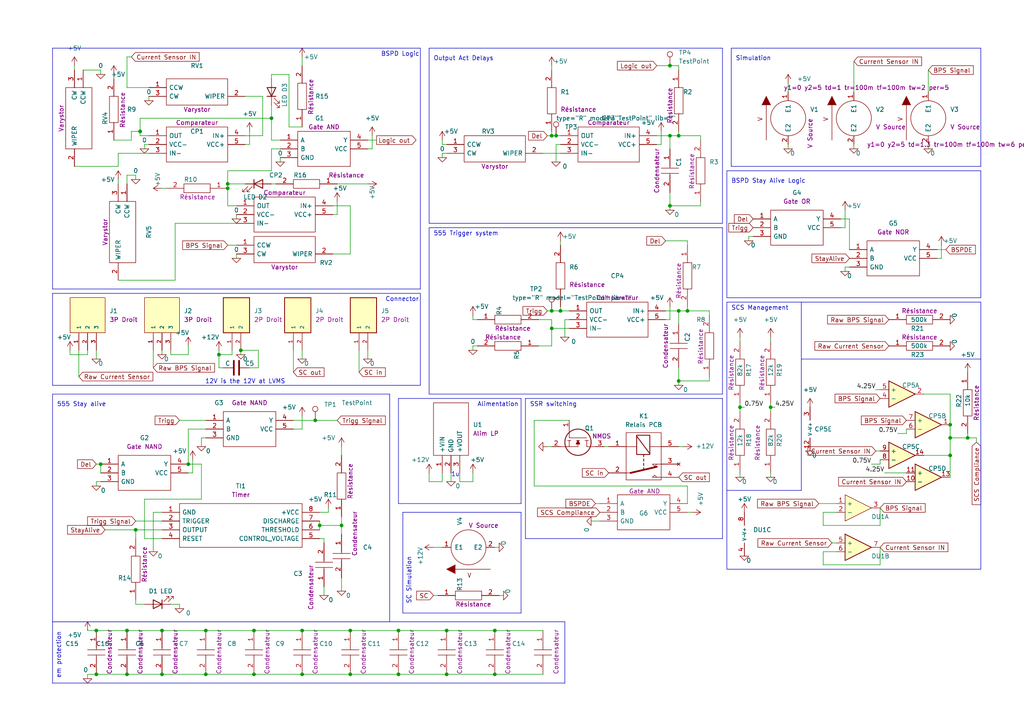
<source format=kicad_sch>
(kicad_sch (version 20231120) (generator "eeschema") (generator_version "8.0")
  (paper "A4")
  (title_block (title "BSPD") (date "2022-12-11") (rev "V1.0") (company "Ecurie Piston Sport Auto"))
  (junction (at 73.66 182.88))
  (junction (at 194.31 59.69))
  (junction (at 160.02 39.37))
  (junction (at 99.06 152.4))
  (junction (at 29.21 134.62))
  (junction (at 87.63 182.88))
  (junction (at 194.31 19.05))
  (junction (at 59.69 195.58))
  (junction (at 78.74 34.29))
  (junction (at 46.99 195.58))
  (junction (at 36.83 182.88))
  (junction (at 115.57 195.58))
  (junction (at 143.51 195.58))
  (junction (at 87.63 195.58))
  (junction (at 214.63 118.11))
  (junction (at 194.31 39.37))
  (junction (at 129.54 195.58))
  (junction (at 46.99 182.88))
  (junction (at 66.04 54.61))
  (junction (at 59.69 182.88))
  (junction (at 196.85 39.37))
  (junction (at 39.37 153.67))
  (junction (at 27.94 195.58))
  (junction (at 101.6 182.88))
  (junction (at 27.94 182.88))
  (junction (at 63.5 102.87))
  (junction (at 223.52 118.11))
  (junction (at 101.6 195.58))
  (junction (at 92.71 152.4))
  (junction (at 275.59 127))
  (junction (at 196.85 90.17))
  (junction (at 36.83 195.58))
  (junction (at 73.66 195.58))
  (junction (at 199.39 90.17))
  (junction (at 115.57 182.88))
  (junction (at 69.85 101.6))
  (junction (at 143.51 182.88))
  (junction (at 280.67 127))
  (junction (at 129.54 182.88))
  (junction (at 40.64 38.1))
  (junction (at 160.02 95.25))
  (junction (at 275.59 132.08))
  (junction (at 91.44 121.92))
  (junction (at 160.02 90.17))
  (junction (at 161.29 39.37))
  (junction (at 54.61 134.62))
  (junction (at 196.85 110.49))
  (junction (at 162.56 90.17))
  (junction (at 275.59 123.19))
  (junction (at 66.04 53.34))
  (wire (pts (xy 194.31 39.37) (xy 194.31 43.18)))
  (wire (pts (xy 125.73 158.75) (xy 128.27 158.75)))
  (polyline (pts (xy 15.24 13.97) (xy 121.92 13.97)))
  (wire (pts (xy 36.83 50.8) (xy 36.83 53.34)))
  (wire (pts (xy 157.48 195.58) (xy 143.51 195.58)))
  (wire (pts (xy 69.85 101.6) (xy 74.93 101.6)))
  (wire (pts (xy 73.66 195.58) (xy 59.69 195.58)))
  (wire (pts (xy 87.63 124.46) (xy 87.63 120.65)))
  (wire (pts (xy 73.66 182.88) (xy 87.63 182.88)))
  (wire (pts (xy 129.54 195.58) (xy 115.57 195.58)))
  (wire (pts (xy 92.71 152.4) (xy 99.06 152.4)))
  (wire (pts (xy 194.31 92.71) (xy 193.04 92.71)))
  (wire (pts (xy 34.29 44.45) (xy 43.18 44.45)))
  (wire (pts (xy 39.37 151.13) (xy 46.99 151.13)))
  (wire (pts (xy 63.5 101.6) (xy 63.5 102.87)))
  (wire (pts (xy 78.74 21.59) (xy 78.74 22.86)))
  (wire (pts (xy 154.94 121.92) (xy 165.1 121.92)))
  (wire (pts (xy 246.38 63.5) (xy 246.38 72.39)))
  (wire (pts (xy 275.59 132.08) (xy 275.59 127)))
  (wire (pts (xy 128.27 139.7) (xy 128.27 137.16)))
  (wire (pts (xy 160.02 90.17) (xy 162.56 90.17)))
  (wire (pts (xy 36.83 182.88) (xy 46.99 182.88)))
  (wire (pts (xy 271.78 72.39) (xy 274.32 72.39)))
  (wire (pts (xy 283.21 127) (xy 283.21 128.27)))
  (wire (pts (xy 247.65 41.91) (xy 247.65 43.18)))
  (wire (pts (xy 162.56 88.9) (xy 162.56 90.17)))
  (wire (pts (xy 223.52 97.79) (xy 223.52 99.06)))
  (wire (pts (xy 36.83 50.8) (xy 39.37 50.8)))
  (wire (pts (xy 93.98 170.18) (xy 93.98 172.72)))
  (wire (pts (xy 41.91 43.18) (xy 41.91 41.91)))
  (wire (pts (xy 157.48 44.45) (xy 162.56 44.45)))
  (wire (pts (xy 243.84 66.04) (xy 245.11 66.04)))
  (wire (pts (xy 78.74 30.48) (xy 78.74 34.29)))
  (wire (pts (xy 21.59 20.32) (xy 21.59 19.05)))
  (wire (pts (xy 66.04 59.69) (xy 66.04 54.61)))
  (wire (pts (xy 156.21 92.71) (xy 160.02 92.71)))
  (wire (pts (xy 69.85 101.6) (xy 69.85 102.87)))
  (wire (pts (xy 214.63 116.84) (xy 214.63 118.11)))
  (polyline (pts (xy 15.24 114.3) (xy 113.03 114.3)))
  (wire (pts (xy 262.89 125.73) (xy 262.89 124.46)))
  (wire (pts (xy 160.02 92.71) (xy 160.02 95.25)))
  (wire (pts (xy 55.88 137.16) (xy 54.61 137.16)))
  (wire (pts (xy 106.68 43.18) (xy 107.95 43.18)))
  (wire (pts (xy 27.94 195.58) (xy 36.83 195.58)))
  (wire (pts (xy 36.83 16.51) (xy 38.1 16.51)))
  (wire (pts (xy 54.61 134.62) (xy 54.61 124.46)))
  (wire (pts (xy 78.74 34.29) (xy 78.74 40.64)))
  (wire (pts (xy 196.85 90.17) (xy 193.04 90.17)))
  (wire (pts (xy 160.02 39.37) (xy 161.29 39.37)))
  (wire (pts (xy 280.67 125.73) (xy 280.67 127)))
  (wire (pts (xy 21.59 48.26) (xy 34.29 48.26)))
  (polyline (pts (xy 121.92 111.76) (xy 15.24 111.76)))
  (wire (pts (xy 196.85 38.1) (xy 196.85 39.37)))
  (wire (pts (xy 55.88 133.35) (xy 55.88 137.16)))
  (wire (pts (xy 162.56 90.17) (xy 165.1 90.17)))
  (wire (pts (xy 101.6 182.88) (xy 115.57 182.88)))
  (wire (pts (xy 238.76 152.4) (xy 255.27 152.4)))
  (polyline (pts (xy 151.13 148.59) (xy 116.84 148.59)))
  (wire (pts (xy 72.39 38.1) (xy 72.39 41.91)))
  (polyline (pts (xy 152.4 115.57) (xy 209.55 115.57)))
  (polyline (pts (xy 113.03 114.3) (xy 113.03 180.34)))
  (wire (pts (xy 267.97 114.3) (xy 275.59 114.3)))
  (wire (pts (xy 83.82 21.59) (xy 78.74 21.59)))
  (wire (pts (xy 40.64 38.1) (xy 40.64 34.29)))
  (wire (pts (xy 193.04 69.85) (xy 199.39 69.85)))
  (wire (pts (xy 223.52 118.11) (xy 224.79 118.11)))
  (wire (pts (xy 30.48 153.67) (xy 39.37 153.67)))
  (wire (pts (xy 171.45 151.13) (xy 173.99 151.13)))
  (wire (pts (xy 34.29 52.07) (xy 34.29 53.34)))
  (polyline (pts (xy 115.57 115.57) (xy 115.57 146.05)))
  (wire (pts (xy 194.31 55.88) (xy 194.31 59.69)))
  (wire (pts (xy 129.54 182.88) (xy 143.51 182.88)))
  (wire (pts (xy 64.77 106.68) (xy 63.5 106.68)))
  (wire (pts (xy 214.63 118.11) (xy 215.9 118.11)))
  (wire (pts (xy 66.04 53.34) (xy 66.04 54.61)))
  (polyline (pts (xy 124.46 66.04) (xy 124.46 114.3)))
  (polyline (pts (xy 232.41 87.63) (xy 232.41 104.14)))
  (wire (pts (xy 54.61 134.62) (xy 58.42 134.62)))
  (wire (pts (xy 203.2 39.37) (xy 203.2 40.64)))
  (wire (pts (xy 92.71 148.59) (xy 95.25 148.59)))
  (wire (pts (xy 255.27 163.83) (xy 255.27 158.75)))
  (wire (pts (xy 130.81 137.16) (xy 130.81 139.7)))
  (polyline (pts (xy 210.82 49.53) (xy 212.09 49.53)))
  (wire (pts (xy 39.37 173.99) (xy 39.37 175.26)))
  (wire (pts (xy 96.52 62.23) (xy 97.79 62.23)))
  (wire (pts (xy 199.39 146.05) (xy 199.39 140.97)))
  (wire (pts (xy 255.27 133.35) (xy 255.27 134.62)))
  (polyline (pts (xy 163.83 198.12) (xy 15.24 198.12)))
  (polyline (pts (xy 15.24 85.09) (xy 15.24 111.76)))
  (wire (pts (xy 36.83 16.51) (xy 36.83 25.4)))
  (polyline (pts (xy 116.84 148.59) (xy 116.84 177.8)))
  (polyline (pts (xy 232.41 104.14) (xy 284.48 104.14)))
  (wire (pts (xy 137.16 92.71) (xy 137.16 91.44)))
  (polyline (pts (xy 15.24 180.34) (xy 163.83 180.34)))
  (wire (pts (xy 255.27 134.62) (xy 252.73 134.62)))
  (wire (pts (xy 129.54 41.91) (xy 128.27 41.91)))
  (wire (pts (xy 273.05 71.12) (xy 273.05 74.93)))
  (polyline (pts (xy 209.55 114.3) (xy 124.46 114.3)))
  (polyline (pts (xy 209.55 13.97) (xy 209.55 64.77)))
  (wire (pts (xy 269.24 20.32) (xy 269.24 26.67)))
  (wire (pts (xy 196.85 20.32) (xy 196.85 19.05)))
  (wire (pts (xy 59.69 195.58) (xy 46.99 195.58)))
  (wire (pts (xy 25.4 195.58) (xy 27.94 195.58)))
  (polyline (pts (xy 209.55 156.21) (xy 209.55 115.57)))
  (wire (pts (xy 40.64 39.37) (xy 43.18 39.37)))
  (wire (pts (xy 162.56 69.85) (xy 162.56 71.12)))
  (polyline (pts (xy 151.13 115.57) (xy 151.13 146.05)))
  (wire (pts (xy 66.04 53.34) (xy 71.12 53.34)))
  (wire (pts (xy 137.16 100.33) (xy 137.16 101.6)))
  (wire (pts (xy 91.44 121.92) (xy 97.79 121.92)))
  (wire (pts (xy 63.5 102.87) (xy 63.5 106.68)))
  (wire (pts (xy 138.43 92.71) (xy 137.16 92.71)))
  (wire (pts (xy 143.51 195.58) (xy 129.54 195.58)))
  (wire (pts (xy 238.76 163.83) (xy 255.27 163.83)))
  (wire (pts (xy 196.85 110.49) (xy 205.74 110.49)))
  (wire (pts (xy 199.39 140.97) (xy 154.94 140.97)))
  (wire (pts (xy 199.39 148.59) (xy 200.66 148.59)))
  (wire (pts (xy 85.09 121.92) (xy 91.44 121.92)))
  (wire (pts (xy 241.3 157.48) (xy 242.57 157.48)))
  (wire (pts (xy 46.99 101.6) (xy 46.99 102.87)))
  (wire (pts (xy 68.58 74.93) (xy 68.58 73.66)))
  (wire (pts (xy 271.78 74.93) (xy 273.05 74.93)))
  (polyline (pts (xy 209.55 66.04) (xy 209.55 114.3)))
  (wire (pts (xy 34.29 44.45) (xy 34.29 48.26)))
  (wire (pts (xy 85.09 101.6) (xy 85.09 107.95)))
  (wire (pts (xy 92.71 156.21) (xy 93.98 156.21)))
  (wire (pts (xy 160.02 38.1) (xy 160.02 39.37)))
  (wire (pts (xy 218.44 68.58) (xy 217.17 68.58)))
  (polyline (pts (xy 212.09 13.97) (xy 284.48 13.97)))
  (wire (pts (xy 223.52 118.11) (xy 223.52 119.38)))
  (wire (pts (xy 214.63 97.79) (xy 214.63 99.06)))
  (wire (pts (xy 194.31 88.9) (xy 194.31 92.71)))
  (polyline (pts (xy 212.09 49.53) (xy 284.48 49.53)))
  (wire (pts (xy 196.85 39.37) (xy 203.2 39.37)))
  (wire (pts (xy 44.45 148.59) (xy 44.45 160.02)))
  (wire (pts (xy 124.46 139.7) (xy 128.27 139.7)))
  (wire (pts (xy 214.63 118.11) (xy 214.63 119.38)))
  (wire (pts (xy 52.07 121.92) (xy 59.69 121.92)))
  (wire (pts (xy 194.31 39.37) (xy 190.5 39.37)))
  (wire (pts (xy 59.69 127) (xy 58.42 127)))
  (wire (pts (xy 223.52 116.84) (xy 223.52 118.11)))
  (wire (pts (xy 115.57 195.58) (xy 101.6 195.58)))
  (wire (pts (xy 128.27 44.45) (xy 129.54 44.45)))
  (polyline (pts (xy 284.48 13.97) (xy 284.48 48.26)))
  (wire (pts (xy 269.24 41.91) (xy 269.24 43.18)))
  (wire (pts (xy 199.39 90.17) (xy 205.74 90.17)))
  (wire (pts (xy 161.29 41.91) (xy 161.29 46.99)))
  (polyline (pts (xy 113.03 180.34) (xy 15.24 180.34)))
  (wire (pts (xy 156.21 100.33) (xy 160.02 100.33)))
  (wire (pts (xy 254 113.03) (xy 255.27 113.03)))
  (wire (pts (xy 107.95 43.18) (xy 107.95 39.37)))
  (wire (pts (xy 81.28 46.99) (xy 81.28 45.72)))
  (wire (pts (xy 92.71 151.13) (xy 92.71 152.4)))
  (wire (pts (xy 106.68 40.64) (xy 109.22 40.64)))
  (wire (pts (xy 247.65 17.78) (xy 247.65 26.67)))
  (wire (pts (xy 27.94 182.88) (xy 36.83 182.88)))
  (wire (pts (xy 275.59 132.08) (xy 275.59 138.43)))
  (wire (pts (xy 41.91 41.91) (xy 43.18 41.91)))
  (wire (pts (xy 199.39 90.17) (xy 196.85 90.17)))
  (wire (pts (xy 41.91 144.78) (xy 58.42 144.78)))
  (wire (pts (xy 95.25 148.59) (xy 95.25 147.32)))
  (wire (pts (xy 29.21 139.7) (xy 27.94 139.7)))
  (wire (pts (xy 76.2 27.94) (xy 71.12 27.94)))
  (wire (pts (xy 27.94 134.62) (xy 29.21 134.62)))
  (wire (pts (xy 196.85 39.37) (xy 194.31 39.37)))
  (wire (pts (xy 29.21 20.32) (xy 24.13 20.32)))
  (wire (pts (xy 43.18 25.4) (xy 36.83 25.4)))
  (wire (pts (xy 87.63 182.88) (xy 101.6 182.88)))
  (wire (pts (xy 27.94 101.6) (xy 27.94 104.14)))
  (wire (pts (xy 36.83 195.58) (xy 46.99 195.58)))
  (wire (pts (xy 280.67 127) (xy 275.59 127)))
  (wire (pts (xy 237.49 146.05) (xy 242.57 146.05)))
  (wire (pts (xy 104.14 101.6) (xy 104.14 107.95)))
  (wire (pts (xy 76.2 27.94) (xy 76.2 39.37)))
  (wire (pts (xy 125.73 172.72) (xy 127 172.72)))
  (wire (pts (xy 143.51 158.75) (xy 144.78 158.75)))
  (wire (pts (xy 54.61 102.87) (xy 49.53 102.87)))
  (wire (pts (xy 29.21 134.62) (xy 29.21 137.16)))
  (wire (pts (xy 54.61 102.87) (xy 54.61 100.33)))
  (wire (pts (xy 194.31 19.05) (xy 196.85 19.05)))
  (polyline (pts (xy 209.55 64.77) (xy 124.46 64.77)))
  (wire (pts (xy 124.46 137.16) (xy 124.46 139.7)))
  (wire (pts (xy 92.71 152.4) (xy 92.71 153.67)))
  (polyline (pts (xy 115.57 115.57) (xy 151.13 115.57)))
  (wire (pts (xy 58.42 144.78) (xy 58.42 134.62)))
  (wire (pts (xy 50.8 64.77) (xy 68.58 64.77)))
  (wire (pts (xy 58.42 127) (xy 58.42 129.54)))
  (wire (pts (xy 160.02 95.25) (xy 160.02 100.33)))
  (wire (pts (xy 50.8 81.28) (xy 50.8 64.77)))
  (polyline (pts (xy 151.13 177.8) (xy 151.13 148.59)))
  (wire (pts (xy 238.76 148.59) (xy 238.76 152.4)))
  (wire (pts (xy 101.6 73.66) (xy 96.52 73.66)))
  (wire (pts (xy 246.38 77.47) (xy 245.11 77.47)))
  (wire (pts (xy 85.09 124.46) (xy 87.63 124.46)))
  (wire (pts (xy 283.21 127) (xy 280.67 127)))
  (polyline (pts (xy 116.84 177.8) (xy 151.13 177.8)))
  (wire (pts (xy 106.68 101.6) (xy 106.68 104.14)))
  (wire (pts (xy 78.74 49.53) (xy 78.74 43.18)))
  (wire (pts (xy 199.39 71.12) (xy 199.39 69.85)))
  (wire (pts (xy 25.4 101.6) (xy 25.4 102.87)))
  (polyline (pts (xy 212.09 48.26) (xy 212.09 13.97)))
  (wire (pts (xy 39.37 156.21) (xy 39.37 153.67)))
  (wire (pts (xy 71.12 39.37) (xy 76.2 39.37)))
  (wire (pts (xy 255.27 130.81) (xy 254 130.81)))
  (wire (pts (xy 22.86 101.6) (xy 22.86 109.22)))
  (wire (pts (xy 33.02 21.59) (xy 33.02 22.86)))
  (polyline (pts (xy 210.82 142.24) (xy 232.41 142.24)))
  (wire (pts (xy 137.16 100.33) (xy 138.43 100.33)))
  (polyline (pts (xy 15.24 114.3) (xy 15.24 180.34)))
  (wire (pts (xy 99.06 149.86) (xy 99.06 152.4)))
  (wire (pts (xy 144.78 172.72) (xy 146.05 172.72)))
  (wire (pts (xy 40.64 39.37) (xy 40.64 38.1)))
  (wire (pts (xy 52.07 175.26) (xy 52.07 176.53)))
  (wire (pts (xy 46.99 54.61) (xy 48.26 54.61)))
  (wire (pts (xy 191.77 41.91) (xy 190.5 41.91)))
  (wire (pts (xy 25.4 182.88) (xy 27.94 182.88)))
  (wire (pts (xy 199.39 88.9) (xy 199.39 90.17)))
  (wire (pts (xy 255.27 152.4) (xy 255.27 147.32)))
  (wire (pts (xy 190.5 19.05) (xy 194.31 19.05)))
  (wire (pts (xy 163.83 92.71) (xy 163.83 97.79)))
  (wire (pts (xy 66.04 59.69) (xy 68.58 59.69)))
  (polyline (pts (xy 121.92 85.09) (xy 121.92 111.76)))
  (wire (pts (xy 158.75 39.37) (xy 160.02 39.37)))
  (wire (pts (xy 78.74 43.18) (xy 81.28 43.18)))
  (polyline (pts (xy 121.92 83.82) (xy 15.24 83.82)))
  (wire (pts (xy 99.06 129.54) (xy 99.06 132.08)))
  (wire (pts (xy 44.45 101.6) (xy 44.45 106.68)))
  (wire (pts (xy 196.85 129.54) (xy 198.12 129.54)))
  (polyline (pts (xy 163.83 180.34) (xy 163.83 198.12)))
  (wire (pts (xy 161.29 39.37) (xy 162.56 39.37)))
  (wire (pts (xy 38.1 38.1) (xy 40.64 38.1)))
  (polyline (pts (xy 15.24 13.97) (xy 15.24 83.82)))
  (wire (pts (xy 101.6 59.69) (xy 101.6 73.66)))
  (wire (pts (xy 43.18 27.94) (xy 43.18 29.21)))
  (wire (pts (xy 162.56 41.91) (xy 161.29 41.91)))
  (polyline (pts (xy 152.4 156.21) (xy 209.55 156.21)))
  (wire (pts (xy 223.52 137.16) (xy 223.52 138.43)))
  (polyline (pts (xy 124.46 66.04) (xy 209.55 66.04)))
  (wire (pts (xy 260.35 125.73) (xy 262.89 125.73)))
  (wire (pts (xy 87.63 195.58) (xy 73.66 195.58)))
  (wire (pts (xy 66.04 71.12) (xy 68.58 71.12)))
  (polyline (pts (xy 212.09 48.26) (xy 284.48 48.26)))
  (wire (pts (xy 67.31 102.87) (xy 63.5 102.87)))
  (wire (pts (xy 101.6 59.69) (xy 96.52 59.69)))
  (wire (pts (xy 242.57 160.02) (xy 238.76 160.02)))
  (polyline (pts (xy 124.46 13.97) (xy 209.55 13.97)))
  (wire (pts (xy 275.59 114.3) (xy 275.59 123.19)))
  (wire (pts (xy 29.21 21.59) (xy 29.21 20.32)))
  (wire (pts (xy 49.53 101.6) (xy 49.53 102.87)))
  (wire (pts (xy 74.93 106.68) (xy 74.93 101.6)))
  (wire (pts (xy 40.64 34.29) (xy 78.74 34.29)))
  (wire (pts (xy 54.61 124.46) (xy 59.69 124.46)))
  (wire (pts (xy 87.63 101.6) (xy 87.63 104.14)))
  (polyline (pts (xy 210.82 86.36) (xy 210.82 49.53)))
  (wire (pts (xy 66.04 49.53) (xy 78.74 49.53)))
  (wire (pts (xy 39.37 153.67) (xy 46.99 153.67)))
  (wire (pts (xy 275.59 127) (xy 275.59 123.19)))
  (wire (pts (xy 87.63 16.51) (xy 87.63 19.05)))
  (wire (pts (xy 97.79 53.34) (xy 106.68 53.34)))
  (wire (pts (xy 154.94 140.97) (xy 154.94 121.92)))
  (wire (pts (xy 238.76 160.02) (xy 238.76 163.83)))
  (wire (pts (xy 38.1 40.64) (xy 38.1 38.1)))
  (wire (pts (xy 191.77 38.1) (xy 191.77 41.91)))
  (wire (pts (xy 41.91 144.78) (xy 41.91 156.21)))
  (wire (pts (xy 59.69 182.88) (xy 73.66 182.88)))
  (wire (pts (xy 165.1 92.71) (xy 163.83 92.71)))
  (wire (pts (xy 160.02 95.25) (xy 165.1 95.25)))
  (wire (pts (xy 243.84 63.5) (xy 246.38 63.5)))
  (wire (pts (xy 172.72 146.05) (xy 173.99 146.05)))
  (wire (pts (xy 20.32 102.87) (xy 25.4 102.87)))
  (wire (pts (xy 194.31 59.69) (xy 203.2 59.69)))
  (wire (pts (xy 158.75 90.17) (xy 160.02 90.17)))
  (wire (pts (xy 228.6 24.13) (xy 228.6 26.67)))
  (wire (pts (xy 68.58 63.5) (xy 68.58 62.23)))
  (wire (pts (xy 158.75 129.54) (xy 160.02 129.54)))
  (wire (pts (xy 93.98 156.21) (xy 93.98 157.48)))
  (wire (pts (xy 128.27 41.91) (xy 128.27 40.64)))
  (polyline (pts (xy 152.4 115.57) (xy 152.4 156.21)))
  (wire (pts (xy 66.04 49.53) (xy 66.04 53.34)))
  (wire (pts (xy 196.85 110.49) (xy 196.85 111.76)))
  (wire (pts (xy 99.06 167.64) (xy 99.06 171.45)))
  (polyline (pts (xy 151.13 146.05) (xy 115.57 146.05)))
  (wire (pts (xy 267.97 132.08) (xy 275.59 132.08)))
  (wire (pts (xy 133.35 139.7) (xy 137.16 139.7)))
  (wire (pts (xy 143.51 182.88) (xy 157.48 182.88)))
  (wire (pts (xy 128.27 44.45) (xy 128.27 45.72)))
  (polyline (pts (xy 232.41 142.24) (xy 232.41 104.14)))
  (wire (pts (xy 137.16 137.16) (xy 137.16 139.7)))
  (wire (pts (xy 78.74 40.64) (xy 81.28 40.64)))
  (wire (pts (xy 39.37 50.8) (xy 39.37 52.07)))
  (wire (pts (xy 196.85 106.68) (xy 196.85 110.49)))
  (wire (pts (xy 205.74 110.49) (xy 205.74 109.22)))
  (wire (pts (xy 99.06 152.4) (xy 99.06 154.94)))
  (polyline (pts (xy 15.24 85.09) (xy 121.92 85.09)))
  (wire (pts (xy 25.4 195.58) (xy 25.4 196.85)))
  (wire (pts (xy 27.94 139.7) (xy 27.94 140.97)))
  (wire (pts (xy 115.57 182.88) (xy 129.54 182.88)))
  (wire (pts (xy 242.57 148.59) (xy 238.76 148.59)))
  (wire (pts (xy 46.99 148.59) (xy 44.45 148.59)))
  (wire (pts (xy 203.2 59.69) (xy 203.2 58.42)))
  (wire (pts (xy 20.32 102.87) (xy 20.32 101.6)))
  (polyline (pts (xy 284.48 49.53) (xy 284.48 86.36)))
  (wire (pts (xy 101.6 195.58) (xy 87.63 195.58)))
  (wire (pts (xy 46.99 182.88) (xy 59.69 182.88)))
  (wire (pts (xy 49.53 175.26) (xy 52.07 175.26)))
  (wire (pts (xy 256.54 137.16) (xy 262.89 137.16)))
  (wire (pts (xy 133.35 137.16) (xy 133.35 139.7)))
  (wire (pts (xy 245.11 60.96) (xy 245.11 66.04)))
  (wire (pts (xy 214.63 137.16) (xy 214.63 138.43)))
  (polyline (pts (xy 284.48 86.36) (xy 210.82 86.36)))
  (wire (pts (xy 46.99 156.21) (xy 41.91 156.21)))
  (wire (pts (xy 175.26 129.54) (xy 176.53 129.54)))
  (wire (pts (xy 228.6 41.91) (xy 228.6 43.18)))
  (wire (pts (xy 71.12 41.91) (xy 72.39 41.91)))
  (polyline (pts (xy 124.46 13.97) (xy 124.46 64.77)))
  (wire (pts (xy 97.79 58.42) (xy 97.79 62.23)))
  (wire (pts (xy 160.02 19.05) (xy 160.02 20.32)))
  (polyline (pts (xy 121.92 13.97) (xy 121.92 83.82)))
  (wire (pts (xy 217.17 68.58) (xy 217.17 69.85)))
  (wire (pts (xy 78.74 53.34) (xy 80.01 53.34)))
  (wire (pts (xy 205.74 90.17) (xy 205.74 91.44)))
  (wire (pts (xy 39.37 175.26) (xy 41.91 175.26)))
  (wire (pts (xy 72.39 106.68) (xy 74.93 106.68)))
  (wire (pts (xy 87.63 36.83) (xy 83.82 36.83)))
  (wire (pts (xy 33.02 40.64) (xy 38.1 40.64)))
  (wire (pts (xy 83.82 36.83) (xy 83.82 21.59)))
  (wire (pts (xy 34.29 81.28) (xy 50.8 81.28)))
  (polyline (pts (xy 15.24 180.34) (xy 15.24 198.12)))
  (wire (pts (xy 196.85 90.17) (xy 196.85 93.98)))
  (wire (pts (xy 67.31 101.6) (xy 67.31 102.87)))
  (wire (pts (xy 194.31 59.69) (xy 194.31 60.96)))
  (wire (pts (xy 245.11 77.47) (xy 245.11 78.74)))
  (rectangle (start 210.82 87.63) (end 284.48 165.1))
  (text "em protection\n" (at 17.78 196.85 90) (effects (font (size 1.27 1.27)) (justify left bottom)))
  (text "BSPD Stay Alive Logic" (at 212.09 53.34 0) (effects (font (size 1.27 1.27)) (justify left bottom)))
  (text "12V is the 12V at LVMS" (at 71.12 110.744 0) (effects (font (size 1.27 1.27))))
  (text "1u\n" (at 130.81 138.43 0) (effects (font (size 1.27 1.27)) (justify left bottom)))
  (text "SSR switching" (at 153.67 118.11 0) (effects (font (size 1.27 1.27)) (justify left bottom)))
  (text "SCS Management" (at 212.09 90.17 0) (effects (font (size 1.27 1.27)) (justify left bottom)))
  (text "Simulation" (at 213.36 17.78 0) (effects (font (size 1.27 1.27)) (justify left bottom)))
  (text "Connector" (at 111.76 87.63 0) (effects (font (size 1.27 1.27)) (justify left bottom)))
  (text "BSPD Logic" (at 110.49 16.51 0) (effects (font (size 1.27 1.27)) (justify left bottom)))
  (text "555 Trigger system" (at 125.73 68.58 0) (effects (font (size 1.27 1.27)) (justify left bottom)))
  (text "SC Simulation" (at 119.38 175.26 90) (effects (font (size 1.27 1.27)) (justify left bottom)))
  (text "Output Act Delays" (at 125.73 17.78 0) (effects (font (size 1.27 1.27)) (justify left bottom)))
  (text "555 Stay alive" (at 16.51 118.11 0) (effects (font (size 1.27 1.27)) (justify left bottom)))
  (text "Alimentation\n" (at 138.43 118.11 0) (effects (font (size 1.27 1.27)) (justify left bottom)))
  (label "4.25V" (at 256.54 137.16 180))
  (label "0.75V" (at 260.35 125.73 180))
  (label "0.75V" (at 215.9 118.11 0))
  (label "4.25V" (at 254 113.03 180))
  (label "0.75V" (at 252.73 134.62 180))
  (label "4.25V" (at 224.79 118.11 0))
  (global_label "SC" (shape input) (at 125.73 172.72 180) (property "Intersheetrefs" "${INTERSHEET_REFS}" (effects (hide yes))))
  (global_label "SC out" (shape input) (at 196.85 138.43 0) (property "Intersheetrefs" "${INTERSHEET_REFS}" (effects (hide yes))))
  (global_label "Current Sensor IN" (shape input) (at 254 130.81 180) (property "Intersheetrefs" "${INTERSHEET_REFS}" (effects (hide yes))))
  (global_label "Trigg" (shape input) (at 218.44 66.04 180) (property "Intersheetrefs" "${INTERSHEET_REFS}" (effects (hide yes))))
  (global_label "Trigg" (shape input) (at 158.75 90.17 180) (property "Intersheetrefs" "${INTERSHEET_REFS}" (effects (hide yes))))
  (global_label "BSPDE" (shape input) (at 274.32 72.39 0) (property "Intersheetrefs" "${INTERSHEET_REFS}" (effects (hide yes))))
  (global_label "BPS Signal" (shape input) (at 269.24 20.32 0) (property "Intersheetrefs" "${INTERSHEET_REFS}" (effects (hide yes))))
  (global_label "Trigg Signal" (shape input) (at 97.79 121.92 0) (property "Intersheetrefs" "${INTERSHEET_REFS}" (effects (hide yes))))
  (global_label "Raw BPS Signal" (shape input) (at 257.81 92.71 180) (property "Intersheetrefs" "${INTERSHEET_REFS}" (effects (hide yes))))
  (global_label "Current Sensor IN" (shape input) (at 247.65 17.78 0) (property "Intersheetrefs" "${INTERSHEET_REFS}" (effects (hide yes))))
  (global_label "Current Sensor IN" (shape input) (at 255.27 158.75 0) (property "Intersheetrefs" "${INTERSHEET_REFS}" (effects (hide yes))))
  (global_label "BSPDE" (shape input) (at 172.72 146.05 180) (property "Intersheetrefs" "${INTERSHEET_REFS}" (effects (hide yes))))
  (global_label "BPS Signal" (shape input) (at 66.04 71.12 180) (property "Intersheetrefs" "${INTERSHEET_REFS}" (effects (hide yes))))
  (global_label "Raw Current Sensor" (shape input) (at 257.81 100.33 180) (property "Intersheetrefs" "${INTERSHEET_REFS}" (effects (hide yes))))
  (global_label "Del" (shape input) (at 27.94 134.62 180) (property "Intersheetrefs" "${INTERSHEET_REFS}" (effects (hide yes))))
  (global_label "Trigg Signal" (shape input) (at 39.37 151.13 180) (property "Intersheetrefs" "${INTERSHEET_REFS}" (effects (hide yes))))
  (global_label "StayAlive" (shape input) (at 246.38 74.93 180) (property "Intersheetrefs" "${INTERSHEET_REFS}" (effects (hide yes))))
  (global_label "SC in" (shape input) (at 176.53 137.16 180) (property "Intersheetrefs" "${INTERSHEET_REFS}" (effects (hide yes))))
  (global_label "Del" (shape input) (at 158.75 39.37 180) (property "Intersheetrefs" "${INTERSHEET_REFS}" (effects (hide yes))))
  (global_label "Del" (shape input) (at 218.44 63.5 180) (property "Intersheetrefs" "${INTERSHEET_REFS}" (effects (hide yes))))
  (global_label "SCS Compliance" (shape input) (at 173.99 148.59 180) (property "Intersheetrefs" "${INTERSHEET_REFS}" (effects (hide yes))))
  (global_label "BPS Signal" (shape input) (at 262.89 121.92 180) (property "Intersheetrefs" "${INTERSHEET_REFS}" (effects (hide yes))))
  (global_label "Logic out" (shape output) (at 109.22 40.64 0) (property "Intersheetrefs" "${INTERSHEET_REFS}" (effects (hide yes))))
  (global_label "Trigg" (shape input) (at 52.07 121.92 180) (property "Intersheetrefs" "${INTERSHEET_REFS}" (effects (hide yes))))
  (global_label "Raw Current Sensor" (shape input) (at 241.3 157.48 180) (property "Intersheetrefs" "${INTERSHEET_REFS}" (effects (hide yes))))
  (global_label "SC in" (shape input) (at 104.14 107.95 0) (property "Intersheetrefs" "${INTERSHEET_REFS}" (effects (hide yes))))
  (global_label "Logic out" (shape input) (at 190.5 19.05 180) (property "Intersheetrefs" "${INTERSHEET_REFS}" (effects (hide yes))))
  (global_label "SC out" (shape input) (at 85.09 107.95 0) (property "Intersheetrefs" "${INTERSHEET_REFS}" (effects (hide yes))))
  (global_label "Raw BPS Signal" (shape input) (at 44.45 106.68 0) (property "Intersheetrefs" "${INTERSHEET_REFS}" (effects (hide yes))))
  (global_label "Current Sensor IN" (shape input) (at 38.1 16.51 0) (property "Intersheetrefs" "${INTERSHEET_REFS}" (effects (hide yes))))
  (global_label "Raw Current Sensor" (shape input) (at 22.86 109.22 0) (property "Intersheetrefs" "${INTERSHEET_REFS}" (effects (hide yes))))
  (global_label "StayAlive" (shape input) (at 30.48 153.67 180) (property "Intersheetrefs" "${INTERSHEET_REFS}" (effects (hide yes))))
  (global_label "Del" (shape input) (at 193.04 69.85 180) (property "Intersheetrefs" "${INTERSHEET_REFS}" (effects (hide yes))))
  (global_label "BPS Signal" (shape input) (at 255.27 147.32 0) (property "Intersheetrefs" "${INTERSHEET_REFS}" (effects (hide yes))))
  (global_label "Raw BPS Signal" (shape input) (at 237.49 146.05 180) (property "Intersheetrefs" "${INTERSHEET_REFS}" (effects (hide yes))))
  (global_label "Current Sensor IN" (shape input) (at 262.89 139.7 180) (property "Intersheetrefs" "${INTERSHEET_REFS}" (effects (hide yes))))
  (global_label "SCS Compliance" (shape input) (at 283.21 128.27 270) (property "Intersheetrefs" "${INTERSHEET_REFS}" (effects (hide yes))))
  (global_label "BPS Signal" (shape input) (at 255.27 115.57 180) (property "Intersheetrefs" "${INTERSHEET_REFS}" (effects (hide yes))))
  (symbol (lib_id "power:+5V") (at 191.77 38.1 0) (unit 1)
    (property "Reference" "#PWR09" (effects (hide yes)))
    (property "Value" "+5V" (at 187.96 35.56 0))
  )
  (symbol (lib_id "power:+5V") (at 273.05 71.12 0) (unit 1)
    (property "Reference" "#PWR024" (effects (hide yes)))
    (property "Value" "+5V" (at 275.59 69.85 0))
  )
  (symbol (lib_id "pspice:0") (at 137.16 101.6 0) (unit 1)
    (property "Reference" "#GND018" (effects (hide yes)))
    (property "Value" "0" (at 137.16 99.06 0))
  )
  (symbol (lib_id "EPSA_lib:Gate AND SN74AHCT1G08DBVR") (at 81.28 40.64 0) (unit 1)
    (property "Reference" "G1" (at 92.71 34.29 0))
    (property "Value" "Gate AND SN74AHCT1G08DBVR" (effects (hide yes)))
    (property "Footprint" "EPSA_lib:SOT95P280X145-5N" (effects (hide yes)))
    (property "Datasheet" "https://datasheet.datasheetarchive.com/originals/distributors/SFDatasheet-6/sf-000128638.pdf" (effects (hide yes)))
    (property "Description" "SN74AHCT1G08DBVR, Logic Gate 2 Input AND, AHCT, 8mA 5V 5-Pin SOT-23" (effects (hide yes)))
    (property "Height" "1.45" (effects (hide yes)))
    (property "Manufacturer_Name" "Texas Instruments" (effects (hide yes)))
    (property "Manufacturer_Part_Number" "SN74AHCT1G08DBVR" (effects (hide yes)))
    (property "Mouser Part Number" "595-SN74AHCT1G08DBVR" (effects (hide yes)))
    (property "Mouser Price/Stock" "https://www.mouser.co.uk/ProductDetail/Texas-Instruments/SN74AHCT1G08DBVR?qs=8Pd2FuFSoMGY9AK%2Ftqwbcw%3D%3D" (effects (hide yes)))
    (property "Arrow Part Number" "SN74AHCT1G08DBVR" (effects (hide yes)))
    (property "Arrow Price/Stock" "https://www.arrow.com/en/products/sn74ahct1g08dbvr/texas-instruments?region=nac" (effects (hide yes)))
    (property "Render Name" "Gate AND" (at 93.98 36.83 0))
    (property "Sim.Device" "SPICE" (effects (hide yes)))
    (property "Sim.Params" "type=\"X\" model=\"SN74AHC1G08\" lib=\"${EPSA}\\SpiceModel\\AND_SN74AHC1G08.lib\"" (effects (hide yes)))
    (property "Sim.Pins" "4=1 1=2 2=3 5=4 3=5" (effects (hide yes)))
  )
  (symbol (lib_id "EPSA_lib:Résistance RK73H2BLTDD2152F") (at 160.02 38.1 90) (unit 1)
    (property "Reference" "R1" (at 162.56 26.6699 90) (effects (justify right)))
    (property "Value" "Résistance RK73H2BLTDD2152F" (effects (hide yes)))
    (property "Footprint" "EPSA_lib:RESC3216X70N" (effects (hide yes)))
    (property "Datasheet" "http://www.koaspeer.com/catimages/Products/RK73H/RK73H.pdf" (effects (hide yes)))
    (property "Description" "Thick Film Resistors - SMD" (effects (hide yes)))
    (property "Height" "0.7" (effects (hide yes)))
    (property "Manufacturer_Name" "KOA Speer" (effects (hide yes)))
    (property "Manufacturer_Part_Number" "RK73H2BLTDD2152F" (effects (hide yes)))
    (property "Mouser Part Number" "N/A" (effects (hide yes)))
    (property "Mouser Price/Stock" "https://www.mouser.co.uk/ProductDetail/KOA-Speer/RK73H2BLTDD2152F?qs=WeIALVmW3zmyxMFsjVzMRw%3D%3D" (effects (hide yes)))
    (property "Render Name" "Résistance" (at 162.56 31.7499 90) (effects (justify right)))
    (property "Sim.Device" "SPICE" (effects (hide yes)))
    (property "Sim.Params" "type=\"R\" model=\"10k\" lib=\"\"" (effects (hide yes)))
    (property "Sim.Pins" "1=1 2=2" (effects (hide yes)))
  )
  (symbol (lib_id "pspice:0") (at 27.94 104.14 0) (unit 1)
    (property "Reference" "#GND014" (effects (hide yes)))
    (property "Value" "0" (at 29.21 105.41 0))
  )
  (symbol (lib_id "power:+12V") (at 125.73 158.75 90) (unit 1)
    (property "Reference" "#PWR0101" (effects (hide yes)))
    (property "Value" "+12V" (at 121.92 161.29 0))
  )
  (symbol (lib_name "Résistance RK73H2BLTDD2152F_5") (lib_id "EPSA_lib:Résistance RK73H2BLTDD2152F") (at 223.52 116.84 90) (unit 1)
    (property "Reference" "R19" (at 226.06 105.4099 0) (effects (justify right)))
    (property "Value" "12k" (at 223.52 109.22 0) (effects (justify left)))
    (property "Footprint" "EPSA_lib:RESC3216X70N" (effects (hide yes)))
    (property "Datasheet" "http://www.koaspeer.com/catimages/Products/RK73H/RK73H.pdf" (effects (hide yes)))
    (property "Description" "Thick Film Resistors - SMD" (effects (hide yes)))
    (property "Height" "0.7" (effects (hide yes)))
    (property "Manufacturer_Name" "KOA Speer" (effects (hide yes)))
    (property "Manufacturer_Part_Number" "RK73H2BLTDD2152F" (effects (hide yes)))
    (property "Mouser Part Number" "N/A" (effects (hide yes)))
    (property "Mouser Price/Stock" "https://www.mouser.co.uk/ProductDetail/KOA-Speer/RK73H2BLTDD2152F?qs=WeIALVmW3zmyxMFsjVzMRw%3D%3D" (effects (hide yes)))
    (property "Render Name" "Résistance" (at 220.98 102.87 0) (effects (justify right)))
    (property "Sim.Device" "R" (effects (hide yes)))
    (property "Sim.Params" "type=\"R\" model=\"2k\" lib=\"\"" (effects (hide yes)))
    (property "Sim.Pins" "1=+ 2=-" (effects (hide yes)))
  )
  (symbol (lib_id "EPSA_lib:Varystor 3296Y-1-223LF") (at 157.48 44.45 180) (unit 1)
    (property "Reference" "RV3" (at 139.6999 38.1 0) (effects (justify right)))
    (property "Value" "Varystor 3296Y-1-223LF" (effects (hide yes)))
    (property "Footprint" "EPSA_lib:3296Y1223LF" (effects (hide yes)))
    (property "Datasheet" "https://www.bourns.com/docs/Product-Datasheets/3296.pdf" (effects (hide yes)))
    (property "Description" "Bourns 3296Y Series 25-Turn Through Hole Cermet Trimmer Resistor with Solder Pin Terminations, 22k +/-10% 0.5W +/-100ppm/C" (effects (hide yes)))
    (property "Height" "11.8" (effects (hide yes)))
    (property "Manufacturer_Name" "Bourns" (effects (hide yes)))
    (property "Manufacturer_Part_Number" "3296Y-1-223LF" (effects (hide yes)))
    (property "Mouser Part Number" "652-3296Y-1-223LF" (effects (hide yes)))
    (property "Mouser Price/Stock" "https://www.mouser.co.uk/ProductDetail/Bourns/3296Y-1-223LF?qs=RUdTbCszRyG%2Fz0rQkQfbLg%3D%3D" (effects (hide yes)))
    (property "Arrow Part Number" "3296Y-1-223LF" (effects (hide yes)))
    (property "Arrow Price/Stock" "https://www.arrow.com/en/products/3296y-1-223lf/bourns" (effects (hide yes)))
    (property "Render Name" "Varystor" (at 143.51 48.26 0))
    (property "Sim.Device" "SPICE" (effects (hide yes)))
    (property "Sim.Params" "type=\"X\" model=\"VARYSTOR\" lib=\"${EPSA}\\SpiceModel\\VARYSTOR.lib\"" (effects (hide yes)))
    (property "Sim.Pins" "1=1 2=2 3=3" (effects (hide yes)))
  )
  (symbol (lib_id "EPSA_lib:Résistance RK73H2BLTDD2152F") (at 87.63 36.83 90) (unit 1)
    (property "Reference" "R15" (at 91.44 27.94 90) (effects (justify right)))
    (property "Value" "Résistance RK73H2BLTDD2152F" (effects (hide yes)))
    (property "Footprint" "EPSA_lib:RESC3216X70N" (effects (hide yes)))
    (property "Datasheet" "http://www.koaspeer.com/catimages/Products/RK73H/RK73H.pdf" (effects (hide yes)))
    (property "Description" "Thick Film Resistors - SMD" (effects (hide yes)))
    (property "Height" "0.7" (effects (hide yes)))
    (property "Manufacturer_Name" "KOA Speer" (effects (hide yes)))
    (property "Manufacturer_Part_Number" "RK73H2BLTDD2152F" (effects (hide yes)))
    (property "Mouser Part Number" "N/A" (effects (hide yes)))
    (property "Mouser Price/Stock" "https://www.mouser.co.uk/ProductDetail/KOA-Speer/RK73H2BLTDD2152F?qs=WeIALVmW3zmyxMFsjVzMRw%3D%3D" (effects (hide yes)))
    (property "Render Name" "Résistance" (at 90.17 22.86 0) (effects (justify right)))
    (property "Sim.Device" "SPICE" (effects (hide yes)))
    (property "Sim.Params" "type=\"R\" model=\"500\" lib=\"\"" (effects (hide yes)))
    (property "Sim.Pins" "1=1 2=2" (effects (hide yes)))
  )
  (symbol (lib_id "power:+5V") (at 97.79 58.42 0) (unit 1)
    (property "Reference" "#PWR05" (effects (hide yes)))
    (property "Value" "+5V" (at 96.52 54.61 0) (effects (justify left)))
  )
  (symbol (lib_id "EPSA_lib:LED") (at 45.72 175.26 180) (unit 1) (exclude_from_sim yes)
    (property "Reference" "D1" (at 44.45 171.45 0))
    (property "Value" "LED" (at 48.26 171.45 0))
    (property "Footprint" "LED_THT:LED_D5.0mm" (effects (hide yes)))
    (property "Sim.Device" "SPICE" (effects (hide yes)))
    (property "Sim.Params" "type=\"D\" model=\"LED\" lib=\"\"" (effects (hide yes)))
    (property "Sim.Pins" "1=1 2=2" (effects (hide yes)))
  )
  (symbol (lib_id "EPSA_lib:Condensateur 0805Y1000104JXT") (at 129.54 182.88 270) (unit 1) (exclude_from_sim yes)
    (property "Reference" "C12" (at 124.46 186.69 90) (effects (justify right)))
    (property "Value" "Condensateur 0805Y1000104JXT" (effects (hide yes)))
    (property "Footprint" "EPSA_lib:CAPC2012X130N" (effects (hide yes)))
    (property "Datasheet" "http://docs-europe.electrocomponents.com/webdocs/119d/0900766b8119d7bc.pdf" (effects (hide yes)))
    (property "Description" "Syfer 0805 Ceramic Chip Capacitors" (effects (hide yes)))
    (property "Height" "1.3" (effects (hide yes)))
    (property "Manufacturer_Name" "Syfer" (effects (hide yes)))
    (property "Manufacturer_Part_Number" "0805Y1000104JXT" (effects (hide yes)))
    (property "Arrow Part Number" "0805Y1000104JXT" (effects (hide yes)))
    (property "Arrow Price/Stock" "https://www.arrow.com/en/products/0805y1000104jxt/syfer-technology?region=europe" (effects (hide yes)))
    (property "Render Name" "Condensateur" (at 133.35 195.58 0) (effects (justify right)))
    (property "Sim.Device" "SPICE" (effects (hide yes)))
    (property "Sim.Params" "type=\"C\" model=\"10n\" lib=\"\"" (effects (hide yes)))
    (property "Sim.Pins" "1=1 2=2" (effects (hide yes)))
  )
  (symbol (lib_id "power:+5V") (at 228.6 24.13 0) (unit 1)
    (property "Reference" "#PWR01" (effects (hide yes)))
    (property "Value" "+5V" (at 231.14 22.8599 0) (effects (justify left)))
    (property "Sim.Device" "I" (effects (hide yes)))
    (property "Sim.Type" "DC" (effects (hide yes)))
    (property "Sim.Pins" "1=+" (effects (hide yes)))
  )
  (symbol (lib_id "EPSA_lib:Gate NAND SN74AHCT1G00DBVR") (at 29.21 134.62 0) (unit 1)
    (property "Reference" "G2" (at 41.91 127 0))
    (property "Value" "Gate NAND SN74AHCT1G00DBVR" (effects (hide yes)))
    (property "Footprint" "EPSA_lib:SOT95P280X145-5N" (effects (hide yes)))
    (property "Datasheet" "http://www.ti.com/lit/gpn/sn74ahct1g00" (effects (hide yes)))
    (property "Description" "Single 2-Input Positive-NAND Gate" (effects (hide yes)))
    (property "Height" "1.45" (effects (hide yes)))
    (property "Manufacturer_Name" "Texas Instruments" (effects (hide yes)))
    (property "Manufacturer_Part_Number" "SN74AHCT1G00DBVR" (effects (hide yes)))
    (property "Mouser Part Number" "595-SN74AHCT1G00DBVR" (effects (hide yes)))
    (property "Mouser Price/Stock" "https://www.mouser.co.uk/ProductDetail/Texas-Instruments/SN74AHCT1G00DBVR?qs=w32V8uFkMxnwwXcMH%2F61Dg%3D%3D" (effects (hide yes)))
    (property "Arrow Part Number" "SN74AHCT1G00DBVR" (effects (hide yes)))
    (property "Arrow Price/Stock" "https://www.arrow.com/en/products/sn74ahct1g00dbvr/texas-instruments" (effects (hide yes)))
    (property "Render Name" "Gate NAND" (at 41.91 129.54 0))
    (property "Sim.Device" "SPICE" (effects (hide yes)))
    (property "Sim.Params" "type=\"X\" model=\"SN74AHCT1G00\" lib=\"${EPSA}\\SpiceModel\\NAND_SN74AHCT1G00.lib\"" (effects (hide yes)))
    (property "Sim.Pins" "4=1 1=2 2=3 5=4 3=5" (effects (hide yes)))
  )
  (symbol (lib_id "EPSA_lib:Varystor 3296Y-1-223LF") (at 34.29 81.28 90) (unit 1)
    (property "Reference" "RV5" (at 43.18 67.31 0))
    (property "Value" "Varystor 3296Y-1-223LF" (effects (hide yes)))
    (property "Footprint" "EPSA_lib:3296Y1223LF" (effects (hide yes)))
    (property "Datasheet" "https://www.bourns.com/docs/Product-Datasheets/3296.pdf" (effects (hide yes)))
    (property "Description" "Bourns 3296Y Series 25-Turn Through Hole Cermet Trimmer Resistor with Solder Pin Terminations, 22k +/-10% 0.5W +/-100ppm/C" (effects (hide yes)))
    (property "Height" "11.8" (effects (hide yes)))
    (property "Manufacturer_Name" "Bourns" (effects (hide yes)))
    (property "Manufacturer_Part_Number" "3296Y-1-223LF" (effects (hide yes)))
    (property "Mouser Part Number" "652-3296Y-1-223LF" (effects (hide yes)))
    (property "Mouser Price/Stock" "https://www.mouser.co.uk/ProductDetail/Bourns/3296Y-1-223LF?qs=RUdTbCszRyG%2Fz0rQkQfbLg%3D%3D" (effects (hide yes)))
    (property "Arrow Part Number" "3296Y-1-223LF" (effects (hide yes)))
    (property "Arrow Price/Stock" "https://www.arrow.com/en/products/3296y-1-223lf/bourns" (effects (hide yes)))
    (property "Render Name" "Varystor" (at 30.48 67.31 0))
    (property "Sim.Device" "SPICE" (effects (hide yes)))
    (property "Sim.Params" "type=\"X\" model=\"VARYSTOR\" lib=\"${EPSA}\\SpiceModel\\VARYSTOR.lib\"" (effects (hide yes)))
    (property "Sim.Pins" "1=1 2=2 3=3" (effects (hide yes)))
  )
  (symbol (lib_id "pspice:0") (at 275.59 100.33 90) (unit 1)
    (property "Reference" "#GND035" (effects (hide yes)))
    (property "Value" "0" (at 276.86 99.06 0))
  )
  (symbol (lib_id "power:+5V") (at 34.29 52.07 0) (unit 1)
    (property "Reference" "#PWR03" (effects (hide yes)))
    (property "Value" "+5V" (at 29.21 52.07 0) (effects (justify left)))
  )
  (symbol (lib_id "power:+5V") (at 55.88 133.35 0) (unit 1)
    (property "Reference" "#PWR012" (effects (hide yes)))
    (property "Value" "+5V" (at 52.07 130.81 0))
  )
  (symbol (lib_id "EPSA_lib:Résistance RK73H2BLTDD2152F") (at 162.56 88.9 90) (unit 1)
    (property "Reference" "R6" (at 165.1 77.4699 90) (effects (justify right)))
    (property "Value" "Résistance RK73H2BLTDD2152F" (effects (hide yes)))
    (property "Footprint" "EPSA_lib:RESC3216X70N" (effects (hide yes)))
    (property "Datasheet" "http://www.koaspeer.com/catimages/Products/RK73H/RK73H.pdf" (effects (hide yes)))
    (property "Description" "Thick Film Resistors - SMD" (effects (hide yes)))
    (property "Height" "0.7" (effects (hide yes)))
    (property "Manufacturer_Name" "KOA Speer" (effects (hide yes)))
    (property "Manufacturer_Part_Number" "RK73H2BLTDD2152F" (effects (hide yes)))
    (property "Mouser Part Number" "N/A" (effects (hide yes)))
    (property "Mouser Price/Stock" "https://www.mouser.co.uk/ProductDetail/KOA-Speer/RK73H2BLTDD2152F?qs=WeIALVmW3zmyxMFsjVzMRw%3D%3D" (effects (hide yes)))
    (property "Render Name" "Résistance" (at 165.1 82.5499 90) (effects (justify right)))
    (property "Sim.Device" "SPICE" (effects (hide yes)))
    (property "Sim.Params" "type=\"R\" model=\"10k\" lib=\"\"" (effects (hide yes)))
    (property "Sim.Pins" "1=1 2=2" (effects (hide yes)))
  )
  (symbol (lib_id "power:+5V") (at 214.63 97.79 0) (unit 1)
    (property "Reference" "#PWR027" (effects (hide yes)))
    (property "Value" "+5V" (at 214.63 92.71 0))
  )
  (symbol (lib_id "pspice:0") (at 43.18 29.21 0) (unit 1)
    (property "Reference" "#GND02" (effects (hide yes)))
    (property "Value" "0" (at 43.18 26.67 0))
  )
  (symbol (lib_id "EPSA_Lib:Comparator_Quad") (at 257.81 114.3 0) (unit 1)
    (property "Reference" "CP5" (at 261.62 111.76 0) (effects (justify left)))
    (property "Value" "Opamp_Quad" (effects (hide yes)))
    (property "Footprint" "Package_SO:TSSOP-14_4.4x5mm_P0.65mm" (effects (hide yes)))
    (property "Datasheet" "https://www.ti.com/lit/gpn/lmv339" (effects (hide yes)))
    (property "Description" "Quad operational amplifier" (effects (hide yes)))
    (property "Manufacturer_Name" "Texas Instruments" (effects (hide yes)))
    (property "Manufacturer_Part_Number" "LMV339IPWR" (effects (hide yes)))
    (property "Mouser Part Number" "595-LMV339IPWR" (effects (hide yes)))
    (property "Sim.Library" "${SP_BASIC}\\Comp_lm393lv.lib" (effects (hide yes)))
    (property "Sim.Name" "LM393LV_Quad" (effects (hide yes)))
    (property "Sim.Device" "SUBCKT" (effects (hide yes)))
    (property "Sim.Pins" "1=OUT2 2=OUT1 3=V+ 4=IN1- 5=IN1+ 6=IN2- 7=IN2+ 8=IN3- 9=IN3+ 10=IN4- 11=IN4+ 12=GND 13=OUT4 14=OUT3" (effects (hide yes)))
  )
  (symbol (lib_id "power:+5V") (at 160.02 19.05 0) (unit 1)
    (property "Reference" "#PWR08" (effects (hide yes)))
    (property "Value" "+5V" (at 162.56 17.78 0))
  )
  (symbol (lib_id "EPSA_lib:2P Droit 2-11-2022") (at 67.31 91.44 90) (unit 1) (exclude_from_sim yes)
    (property "Reference" "J3" (at 73.66 90.1699 90) (effects (justify right)))
    (property "Value" "2P Droit 2-11-2022" (effects (hide yes)))
    (property "Footprint" "EPSA_lib:MOLEX_22-11-2022" (effects (hide yes)))
    (property "MAXIMUM_PACKAGE_HEIGHT" "10.66mm" (effects (hide yes)))
    (property "PARTREV" "BD8" (effects (hide yes)))
    (property "STANDARD" "Manufacturer Recommendations" (effects (hide yes)))
    (property "MANUFACTURER" "Molex" (effects (hide yes)))
    (property "Render Name" "2P Droit" (at 73.66 92.7099 90) (effects (justify right)))
    (property "Sim.Device" "SPICE" (effects (hide yes)))
    (property "Sim.Params" "type=\"J\" model=\"22-11-2022\" lib=\"\"" (effects (hide yes)))
    (property "Sim.Pins" "1=1 2=2" (effects (hide yes)))
  )
  (symbol (lib_id "pspice:0") (at 93.98 172.72 0) (unit 1)
    (property "Reference" "#GND023" (effects (hide yes)))
    (property "Value" "0" (at 95.25 173.99 0) (effects (justify left)))
  )
  (symbol (lib_id "EPSA_lib:Comparateur TS391ILT") (at 43.18 39.37 0) (unit 1)
    (property "Reference" "CP1" (at 57.15 38.1 0))
    (property "Value" "Comparateur TS391ILT" (effects (hide yes)))
    (property "Footprint" "EPSA_lib:SOT95P280X145-5N" (effects (hide yes)))
    (property "Datasheet" "http://www.st.com/st-web-ui/static/active/en/resource/technical/document/datasheet/CD00001660.pdf" (effects (hide yes)))
    (property "Description" "TS391ILT, Comparator Open Collector 0.3us 12 V, 15 V, 18 V, 24 V, 28 V, 3 V, 5 V, 9 V 5-Pin SOT-23" (effects (hide yes)))
    (property "Height" "1.45" (effects (hide yes)))
    (property "Manufacturer_Name" "STMicroelectronics" (effects (hide yes)))
    (property "Manufacturer_Part_Number" "TS391ILT" (effects (hide yes)))
    (property "Mouser Part Number" "511-TS391IL" (effects (hide yes)))
    (property "Mouser Price/Stock" "https://www.mouser.co.uk/ProductDetail/STMicroelectronics/TS391ILT?qs=P8h1tZw8GcB9GWR61XM17g%3D%3D" (effects (hide yes)))
    (property "Arrow Part Number" "TS391ILT" (effects (hide yes)))
    (property "Arrow Price/Stock" "https://www.arrow.com/en/products/ts391ilt/stmicroelectronics?region=europe" (effects (hide yes)))
    (property "Render Name" "Comparateur" (at 57.15 35.56 0))
    (property "Sim.Device" "SPICE" (effects (hide yes)))
    (property "Sim.Params" "type=\"X\" model=\"TS391\" lib=\"${EPSA}\\SpiceModel\\C_ts391.lib\"" (effects (hide yes)))
    (property "Sim.Pins" "4=1 3=2 5=3 2=4 1=5" (effects (hide yes)))
  )
  (symbol (lib_id "EPSA_Lib:Comparator_Quad") (at 265.43 138.43 0) (unit 4)
    (property "Reference" "CP5" (at 269.24 135.89 0) (effects (justify left)))
    (property "Value" "Opamp_Quad" (effects (hide yes)))
    (property "Footprint" "Package_SO:TSSOP-14_4.4x5mm_P0.65mm" (effects (hide yes)))
    (property "Datasheet" "https://www.ti.com/lit/gpn/lmv339" (effects (hide yes)))
    (property "Description" "Quad operational amplifier" (effects (hide yes)))
    (property "Manufacturer_Name" "Texas Instruments" (effects (hide yes)))
    (property "Manufacturer_Part_Number" "LMV339IPWR" (effects (hide yes)))
    (property "Mouser Part Number" "595-LMV339IPWR" (effects (hide yes)))
    (property "Sim.Library" "${SP_BASIC}\\Comp_lm393lv.lib" (effects (hide yes)))
    (property "Sim.Name" "LM393LV_Quad" (effects (hide yes)))
    (property "Sim.Device" "SUBCKT" (effects (hide yes)))
    (property "Sim.Pins" "1=OUT2 2=OUT1 3=V+ 4=IN1- 5=IN1+ 6=IN2- 7=IN2+ 8=IN3- 9=IN3+ 10=IN4- 11=IN4+ 12=GND 13=OUT4 14=OUT3" (effects (hide yes)))
  )
  (symbol (lib_id "EPSA_lib:Résistance RK73H2BLTDD2152F") (at 196.85 20.32 270) (unit 1)
    (property "Reference" "R2" (at 198.12 26.67 90) (effects (justify left)))
    (property "Value" "Résistance RK73H2BLTDD2152F" (effects (hide yes)))
    (property "Footprint" "EPSA_lib:RESC3216X70N" (effects (hide yes)))
    (property "Datasheet" "http://www.koaspeer.com/catimages/Products/RK73H/RK73H.pdf" (effects (hide yes)))
    (property "Description" "Thick Film Resistors - SMD" (effects (hide yes)))
    (property "Height" "0.7" (effects (hide yes)))
    (property "Manufacturer_Name" "KOA Speer" (effects (hide yes)))
    (property "Manufacturer_Part_Number" "RK73H2BLTDD2152F" (effects (hide yes)))
    (property "Mouser Part Number" "N/A" (effects (hide yes)))
    (property "Mouser Price/Stock" "https://www.mouser.co.uk/ProductDetail/KOA-Speer/RK73H2BLTDD2152F?qs=WeIALVmW3zmyxMFsjVzMRw%3D%3D" (effects (hide yes)))
    (property "Render Name" "Résistance" (at 194.31 25.4 0) (effects (justify left)))
    (property "Sim.Device" "SPICE" (effects (hide yes)))
    (property "Sim.Params" "type=\"R\" model=\"390k\" lib=\"\"" (effects (hide yes)))
    (property "Sim.Pins" "1=1 2=2" (effects (hide yes)))
  )
  (symbol (lib_id "pspice:0") (at 106.68 104.14 0) (unit 1)
    (property "Reference" "#GND030" (effects (hide yes)))
    (property "Value" "0" (at 107.95 105.41 0))
  )
  (symbol (lib_id "pspice:0") (at 68.58 63.5 0) (unit 1)
    (property "Reference" "#GND05" (effects (hide yes)))
    (property "Value" "0" (at 68.58 60.96 0))
  )
  (symbol (lib_id "pspice:0") (at 269.24 43.18 0) (unit 1)
    (property "Reference" "#GND07" (effects (hide yes)))
    (property "Value" "0" (at 270.51 44.45 0))
  )
  (symbol (lib_id "EPSA_Lib:Comparator_Quad") (at 234.95 124.46 0) (unit 5)
    (property "Reference" "CP5" (at 236.22 124.4599 0) (effects (justify left)))
    (property "Value" "Opamp_Quad" (effects (hide yes)))
    (property "Footprint" "Package_SO:TSSOP-14_4.4x5mm_P0.65mm" (effects (hide yes)))
    (property "Datasheet" "https://www.ti.com/lit/gpn/lmv339" (effects (hide yes)))
    (property "Description" "Quad operational amplifier" (effects (hide yes)))
    (property "Manufacturer_Name" "Texas Instruments" (effects (hide yes)))
    (property "Manufacturer_Part_Number" "LMV339IPWR" (effects (hide yes)))
    (property "Mouser Part Number" "595-LMV339IPWR" (effects (hide yes)))
    (property "Sim.Library" "${SP_BASIC}\\Comp_lm393lv.lib" (effects (hide yes)))
    (property "Sim.Name" "LM393LV_Quad" (effects (hide yes)))
    (property "Sim.Device" "SUBCKT" (effects (hide yes)))
    (property "Sim.Pins" "1=OUT2 2=OUT1 3=V+ 4=IN1- 5=IN1+ 6=IN2- 7=IN2+ 8=IN3- 9=IN3+ 10=IN4- 11=IN4+ 12=GND 13=OUT4 14=OUT3" (effects (hide yes)))
  )
  (symbol (lib_id "EPSA_lib:Condensateur 0805Y1000104JXT") (at 99.06 154.94 270) (unit 1)
    (property "Reference" "C4" (at 107.95 158.75 90) (effects (justify right)))
    (property "Value" "Condensateur 0805Y1000104JXT" (effects (hide yes)))
    (property "Footprint" "EPSA_lib:CAPC2012X130N" (effects (hide yes)))
    (property "Datasheet" "http://docs-europe.electrocomponents.com/webdocs/119d/0900766b8119d7bc.pdf" (effects (hide yes)))
    (property "Description" "Syfer 0805 Ceramic Chip Capacitors" (effects (hide yes)))
    (property "Height" "1.3" (effects (hide yes)))
    (property "Manufacturer_Name" "Syfer" (effects (hide yes)))
    (property "Manufacturer_Part_Number" "0805Y1000104JXT" (effects (hide yes)))
    (property "Arrow Part Number" "0805Y1000104JXT" (effects (hide yes)))
    (property "Arrow Price/Stock" "https://www.arrow.com/en/products/0805y1000104jxt/syfer-technology?region=europe" (effects (hide yes)))
    (property "Render Name" "Condensateur" (at 102.87 161.29 0) (effects (justify right)))
    (property "Sim.Device" "SPICE" (effects (hide yes)))
    (property "Sim.Params" "type=\"C\" model=\"10u\" lib=\"\"" (effects (hide yes)))
    (property "Sim.Pins" "1=1 2=2" (effects (hide yes)))
  )
  (symbol (lib_id "power:+5V") (at 25.4 182.88 0) (unit 1)
    (property "Reference" "#PWR0102" (effects (hide yes)))
    (property "Value" "+5V" (at 21.59 184.15 0))
  )
  (symbol (lib_id "EPSA_lib:Condensateur 0805Y1000104JXT") (at 46.99 182.88 270) (unit 1) (exclude_from_sim yes)
    (property "Reference" "C6" (at 41.91 186.69 90) (effects (justify right)))
    (property "Value" "Condensateur 0805Y1000104JXT" (effects (hide yes)))
    (property "Footprint" "EPSA_lib:CAPC2012X130N" (effects (hide yes)))
    (property "Datasheet" "http://docs-europe.electrocomponents.com/webdocs/119d/0900766b8119d7bc.pdf" (effects (hide yes)))
    (property "Description" "Syfer 0805 Ceramic Chip Capacitors" (effects (hide yes)))
    (property "Height" "1.3" (effects (hide yes)))
    (property "Manufacturer_Name" "Syfer" (effects (hide yes)))
    (property "Manufacturer_Part_Number" "0805Y1000104JXT" (effects (hide yes)))
    (property "Arrow Part Number" "0805Y1000104JXT" (effects (hide yes)))
    (property "Arrow Price/Stock" "https://www.arrow.com/en/products/0805y1000104jxt/syfer-technology?region=europe" (effects (hide yes)))
    (property "Render Name" "Condensateur" (at 50.8 195.58 0) (effects (justify right)))
    (property "Sim.Device" "SPICE" (effects (hide yes)))
    (property "Sim.Params" "type=\"C\" model=\"10n\" lib=\"\"" (effects (hide yes)))
    (property "Sim.Pins" "1=1 2=2" (effects (hide yes)))
  )
  (symbol (lib_id "pspice:0") (at 27.94 140.97 0) (unit 1)
    (property "Reference" "#GND012" (effects (hide yes)))
    (property "Value" "0" (at 29.21 142.24 0) (effects (justify left)))
  )
  (symbol (lib_id "EPSA_lib:Condensateur 0805Y1000104JXT") (at 194.31 43.18 270) (unit 1)
    (property "Reference" "C1" (at 196.85 46.99 0))
    (property "Value" "Condensateur 0805Y1000104JXT" (effects (hide yes)))
    (property "Footprint" "EPSA_lib:CAPC2012X130N" (effects (hide yes)))
    (property "Datasheet" "http://docs-europe.electrocomponents.com/webdocs/119d/0900766b8119d7bc.pdf" (effects (hide yes)))
    (property "Description" "Syfer 0805 Ceramic Chip Capacitors" (effects (hide yes)))
    (property "Height" "1.3" (effects (hide yes)))
    (property "Manufacturer_Name" "Syfer" (effects (hide yes)))
    (property "Manufacturer_Part_Number" "0805Y1000104JXT" (effects (hide yes)))
    (property "Arrow Part Number" "0805Y1000104JXT" (effects (hide yes)))
    (property "Arrow Price/Stock" "https://www.arrow.com/en/products/0805y1000104jxt/syfer-technology?region=europe" (effects (hide yes)))
    (property "Render Name" "Condensateur" (at 190.5 49.53 0))
    (property "Sim.Device" "SPICE" (effects (hide yes)))
    (property "Sim.Params" "type=\"C\" model=\"2.2u\" lib=\"\"" (effects (hide yes)))
    (property "Sim.Pins" "1=1 2=2" (effects (hide yes)))
  )
  (symbol (lib_id "EPSA_lib:Condensateur 0805Y1000104JXT") (at 93.98 170.18 90) (unit 1)
    (property "Reference" "C3" (at 85.09 166.37 90) (effects (justify right)))
    (property "Value" "Condensateur 0805Y1000104JXT" (effects (hide yes)))
    (property "Footprint" "EPSA_lib:CAPC2012X130N" (effects (hide yes)))
    (property "Datasheet" "http://docs-europe.electrocomponents.com/webdocs/119d/0900766b8119d7bc.pdf" (effects (hide yes)))
    (property "Description" "Syfer 0805 Ceramic Chip Capacitors" (effects (hide yes)))
    (property "Height" "1.3" (effects (hide yes)))
    (property "Manufacturer_Name" "Syfer" (effects (hide yes)))
    (property "Manufacturer_Part_Number" "0805Y1000104JXT" (effects (hide yes)))
    (property "Arrow Part Number" "0805Y1000104JXT" (effects (hide yes)))
    (property "Arrow Price/Stock" "https://www.arrow.com/en/products/0805y1000104jxt/syfer-technology?region=europe" (effects (hide yes)))
    (property "Render Name" "Condensateur" (at 90.17 163.83 0) (effects (justify right)))
    (property "Sim.Device" "SPICE" (effects (hide yes)))
    (property "Sim.Params" "type=\"C\" model=\"10n\" lib=\"\"" (effects (hide yes)))
    (property "Sim.Pins" "1=1 2=2" (effects (hide yes)))
  )
  (symbol (lib_id "power:+5V") (at 20.32 101.6 0) (unit 1)
    (property "Reference" "#PWR010" (effects (hide yes)))
    (property "Value" "+5V" (at 16.51 97.79 0) (effects (justify left)))
  )
  (symbol (lib_id "pspice:0") (at 25.4 196.85 0) (unit 1)
    (property "Reference" "#GND0103" (effects (hide yes)))
    (property "Value" "0" (at 24.13 194.31 0) (effects (justify left)))
  )
  (symbol (lib_id "EPSA_lib:Comparateur TS391ILT") (at 162.56 39.37 0) (unit 1)
    (property "Reference" "CP3" (at 176.53 34.29 0))
    (property "Value" "Comparateur TS391ILT" (effects (hide yes)))
    (property "Footprint" "EPSA_lib:SOT95P280X145-5N" (effects (hide yes)))
    (property "Datasheet" "http://www.st.com/st-web-ui/static/active/en/resource/technical/document/datasheet/CD00001660.pdf" (effects (hide yes)))
    (property "Description" "TS391ILT, Comparator Open Collector 0.3us 12 V, 15 V, 18 V, 24 V, 28 V, 3 V, 5 V, 9 V 5-Pin SOT-23" (effects (hide yes)))
    (property "Height" "1.45" (effects (hide yes)))
    (property "Manufacturer_Name" "STMicroelectronics" (effects (hide yes)))
    (property "Manufacturer_Part_Number" "TS391ILT" (effects (hide yes)))
    (property "Mouser Part Number" "511-TS391IL" (effects (hide yes)))
    (property "Mouser Price/Stock" "https://www.mouser.co.uk/ProductDetail/STMicroelectronics/TS391ILT?qs=P8h1tZw8GcB9GWR61XM17g%3D%3D" (effects (hide yes)))
    (property "Arrow Part Number" "TS391ILT" (effects (hide yes)))
    (property "Arrow Price/Stock" "https://www.arrow.com/en/products/ts391ilt/stmicroelectronics?region=europe" (effects (hide yes)))
    (property "Render Name" "Comparateur" (at 176.53 35.56 0))
    (property "Sim.Device" "SPICE" (effects (hide yes)))
    (property "Sim.Params" "type=\"X\" model=\"TS391\" lib=\"${EPSA}\\SpiceModel\\C_ts391.lib\"" (effects (hide yes)))
    (property "Sim.Pins" "4=1 3=2 5=3 2=4 1=5" (effects (hide yes)))
  )
  (symbol (lib_id "EPSA_lib:Comparateur TS391ILT") (at 68.58 59.69 0) (unit 1)
    (property "Reference" "CP2" (at 80.01 50.8 0))
    (property "Value" "Comparateur TS391ILT" (effects (hide yes)))
    (property "Footprint" "EPSA_lib:SOT95P280X145-5N" (effects (hide yes)))
    (property "Datasheet" "http://www.st.com/st-web-ui/static/active/en/resource/technical/document/datasheet/CD00001660.pdf" (effects (hide yes)))
    (property "Description" "TS391ILT, Comparator Open Collector 0.3us 12 V, 15 V, 18 V, 24 V, 28 V, 3 V, 5 V, 9 V 5-Pin SOT-23" (effects (hide yes)))
    (property "Height" "1.45" (effects (hide yes)))
    (property "Manufacturer_Name" "STMicroelectronics" (effects (hide yes)))
    (property "Manufacturer_Part_Number" "TS391ILT" (effects (hide yes)))
    (property "Mouser Part Number" "511-TS391IL" (effects (hide yes)))
    (property "Mouser Price/Stock" "https://www.mouser.co.uk/ProductDetail/STMicroelectronics/TS391ILT?qs=P8h1tZw8GcB9GWR61XM17g%3D%3D" (effects (hide yes)))
    (property "Arrow Part Number" "TS391ILT" (effects (hide yes)))
    (property "Arrow Price/Stock" "https://www.arrow.com/en/products/ts391ilt/stmicroelectronics?region=europe" (effects (hide yes)))
    (property "Render Name" "Comparateur" (at 82.55 55.88 0))
    (property "Sim.Device" "SPICE" (effects (hide yes)))
    (property "Sim.Params" "type=\"X\" model=\"TS391\" lib=\"${EPSA}\\SpiceModel\\C_ts391.lib\"" (effects (hide yes)))
    (property "Sim.Pins" "4=1 3=2 5=3 2=4 1=5" (effects (hide yes)))
  )
  (symbol (lib_id "pspice:0") (at 171.45 151.13 270) (unit 1)
    (property "Reference" "#GND036" (effects (hide yes)))
    (property "Value" "0" (at 170.18 153.67 0))
  )
  (symbol (lib_id "EPSA_Lib:NMOS SQ2348ES-T1_GE3") (at 151.765 133.985 0) (unit 1)
    (property "Reference" "Q1" (at 170.942 124.206 0))
    (property "Value" "NMOS SQ2348ES-T1_GE3" (effects (hide yes)))
    (property "Footprint" "EPSA_lib:SOT95P237X112-3N" (effects (hide yes)))
    (property "Datasheet" "http://www.vishay.com/docs/63706/sq2348es.pdf" (effects (hide yes)))
    (property "Description" "VISHAY - SQ2348ES-T1_GE3 - MOSFET, AEC-Q101, N-CH, 30V, SOT-23" (effects (hide yes)))
    (property "Sim.Pins" "3=1 1=2 2=3" (effects (hide yes)))
    (property "Sim.Device" "SPICE" (effects (hide yes)))
    (property "Sim.Params" "type=\"X\" model=\"SQ2348ES\" lib=\"${EPSA_lib}\\SpiceModel\\NMOS_SQ2348ES_PS Rev A.LIB\"" (effects (hide yes)))
    (property "Height" "1.12" (effects (hide yes)))
    (property "Manufacturer_Name" "Vishay" (effects (hide yes)))
    (property "Manufacturer_Part_Number" "SQ2348ES-T1_GE3" (effects (hide yes)))
    (property "Mouser Part Number" "781-SQ2348ES-T1_GE3" (effects (hide yes)))
    (property "Mouser Price/Stock" "https://www.mouser.co.uk/ProductDetail/Vishay-Siliconix/SQ2348ES-T1_GE3?qs=jHkklCh7amgC88blremf%252Bw%3D%3D" (effects (hide yes)))
    (property "Render Name" "NMOS" (at 174.498 126.492 0))
  )
  (symbol (lib_id "power:+5V") (at 106.68 53.34 270) (unit 1)
    (property "Reference" "#PWR028" (effects (hide yes)))
    (property "Value" "+5V" (at 107.95 55.88 0))
  )
  (symbol (lib_id "power:+5V") (at 194.31 88.9 0) (unit 1)
    (property "Reference" "#PWR017" (effects (hide yes)))
    (property "Value" "+5V" (at 190.5 86.36 0))
  )
  (symbol (lib_id "power:+5V") (at 95.25 147.32 0) (unit 1)
    (property "Reference" "#PWR021" (effects (hide yes)))
    (property "Value" "+5V" (at 91.44 144.78 0))
  )
  (symbol (lib_id "pspice:0") (at 146.05 172.72 90) (unit 1)
    (property "Reference" "#GND0102" (effects (hide yes)))
    (property "Value" "0" (at 147.32 171.45 0))
  )
  (symbol (lib_id "pspice:0") (at 196.85 111.76 0) (unit 1)
    (property "Reference" "#GND020" (effects (hide yes)))
    (property "Value" "0" (at 198.12 113.03 0) (effects (justify left)))
  )
  (symbol (lib_id "EPSA_lib:Résistance RK73H2BLTDD2152F") (at 257.81 100.33 0) (unit 1)
    (property "Reference" "R23" (at 264.16 102.87 0) (effects (justify left)))
    (property "Value" "500k" (at 264.16 100.33 0) (effects (justify left)))
    (property "Footprint" "EPSA_lib:RESC3216X70N" (effects (hide yes)))
    (property "Datasheet" "http://www.koaspeer.com/catimages/Products/RK73H/RK73H.pdf" (effects (hide yes)))
    (property "Description" "Thick Film Resistors - SMD" (effects (hide yes)))
    (property "Height" "0.7" (effects (hide yes)))
    (property "Manufacturer_Name" "KOA Speer" (effects (hide yes)))
    (property "Manufacturer_Part_Number" "RK73H2BLTDD2152F" (effects (hide yes)))
    (property "Mouser Part Number" "N/A" (effects (hide yes)))
    (property "Mouser Price/Stock" "https://www.mouser.co.uk/ProductDetail/KOA-Speer/RK73H2BLTDD2152F?qs=WeIALVmW3zmyxMFsjVzMRw%3D%3D" (effects (hide yes)))
    (property "Sim.Device" "R" (effects (hide yes)))
    (property "Sim.Params" "type=\"R\" model=\"10k\" lib=\"\"" (effects (hide yes)))
    (property "Sim.Pins" "1=+ 2=-" (effects (hide yes)))
    (property "Render Name" "Résistance" (at 266.7 97.79 0))
  )
  (symbol (lib_id "EPSA_lib:Condensateur 0805Y1000104JXT") (at 157.48 182.88 270) (unit 1) (exclude_from_sim yes)
    (property "Reference" "C14" (at 152.4 186.69 90) (effects (justify right)))
    (property "Value" "Condensateur 0805Y1000104JXT" (effects (hide yes)))
    (property "Footprint" "EPSA_lib:CAPC2012X130N" (effects (hide yes)))
    (property "Datasheet" "http://docs-europe.electrocomponents.com/webdocs/119d/0900766b8119d7bc.pdf" (effects (hide yes)))
    (property "Description" "Syfer 0805 Ceramic Chip Capacitors" (effects (hide yes)))
    (property "Height" "1.3" (effects (hide yes)))
    (property "Manufacturer_Name" "Syfer" (effects (hide yes)))
    (property "Manufacturer_Part_Number" "0805Y1000104JXT" (effects (hide yes)))
    (property "Arrow Part Number" "0805Y1000104JXT" (effects (hide yes)))
    (property "Arrow Price/Stock" "https://www.arrow.com/en/products/0805y1000104jxt/syfer-technology?region=europe" (effects (hide yes)))
    (property "Render Name" "Condensateur" (at 161.29 195.58 0) (effects (justify right)))
    (property "Sim.Device" "SPICE" (effects (hide yes)))
    (property "Sim.Params" "type=\"C\" model=\"10n\" lib=\"\"" (effects (hide yes)))
    (property "Sim.Pins" "1=1 2=2" (effects (hide yes)))
  )
  (symbol (lib_id "EPSA_Lib:Comparator_Quad") (at 265.43 123.19 0) (unit 2)
    (property "Reference" "CP5" (at 269.24 120.65 0) (effects (justify left)))
    (property "Value" "Opamp_Quad" (effects (hide yes)))
    (property "Footprint" "Package_SO:TSSOP-14_4.4x5mm_P0.65mm" (effects (hide yes)))
    (property "Datasheet" "https://www.ti.com/lit/gpn/lmv339" (effects (hide yes)))
    (property "Description" "Quad operational amplifier" (effects (hide yes)))
    (property "Manufacturer_Name" "Texas Instruments" (effects (hide yes)))
    (property "Manufacturer_Part_Number" "LMV339IPWR" (effects (hide yes)))
    (property "Mouser Part Number" "595-LMV339IPWR" (effects (hide yes)))
    (property "Sim.Library" "${SP_BASIC}\\Comp_lm393lv.lib" (effects (hide yes)))
    (property "Sim.Name" "LM393LV_Quad" (effects (hide yes)))
    (property "Sim.Device" "SUBCKT" (effects (hide yes)))
    (property "Sim.Pins" "1=OUT2 2=OUT1 3=V+ 4=IN1- 5=IN1+ 6=IN2- 7=IN2+ 8=IN3- 9=IN3+ 10=IN4- 11=IN4+ 12=GND 13=OUT4 14=OUT3" (effects (hide yes)))
  )
  (symbol (lib_id "power:GND") (at 158.75 129.54 270) (unit 1)
    (property "Reference" "#GND038" (effects (hide yes)))
    (property "Value" "GND" (effects (hide yes)))
    (property "Description" "Power symbol creates a global label with name \"GND\" , ground" (effects (hide yes)))
  )
  (symbol (lib_id "pspice:0") (at 87.63 104.14 0) (unit 1)
    (property "Reference" "#GND027" (effects (hide yes)))
    (property "Value" "0" (at 88.9 105.41 0))
  )
  (symbol (lib_id "EPSA_lib:Varystor 3296Y-1-223LF") (at 96.52 73.66 180) (unit 1)
    (property "Reference" "RV2" (at 92.71 76.2 0) (effects (justify right)))
    (property "Value" "Varystor 3296Y-1-223LF" (effects (hide yes)))
    (property "Footprint" "EPSA_lib:3296Y1223LF" (effects (hide yes)))
    (property "Datasheet" "https://www.bourns.com/docs/Product-Datasheets/3296.pdf" (effects (hide yes)))
    (property "Description" "Bourns 3296Y Series 25-Turn Through Hole Cermet Trimmer Resistor with Solder Pin Terminations, 22k +/-10% 0.5W +/-100ppm/C" (effects (hide yes)))
    (property "Height" "11.8" (effects (hide yes)))
    (property "Manufacturer_Name" "Bourns" (effects (hide yes)))
    (property "Manufacturer_Part_Number" "3296Y-1-223LF" (effects (hide yes)))
    (property "Mouser Part Number" "652-3296Y-1-223LF" (effects (hide yes)))
    (property "Mouser Price/Stock" "https://www.mouser.co.uk/ProductDetail/Bourns/3296Y-1-223LF?qs=RUdTbCszRyG%2Fz0rQkQfbLg%3D%3D" (effects (hide yes)))
    (property "Arrow Part Number" "3296Y-1-223LF" (effects (hide yes)))
    (property "Arrow Price/Stock" "https://www.arrow.com/en/products/3296y-1-223lf/bourns" (effects (hide yes)))
    (property "Render Name" "Varystor" (at 82.55 77.47 0))
    (property "Sim.Device" "SPICE" (effects (hide yes)))
    (property "Sim.Params" "type=\"X\" model=\"VARYSTOR\" lib=\"${EPSA}\\SpiceModel\\VARYSTOR.lib\"" (effects (hide yes)))
    (property "Sim.Pins" "1=1 2=2 3=3" (effects (hide yes)))
  )
  (symbol (lib_id "EPSA_lib:Timer 555 LM555CMX_NOPB") (at 46.99 148.59 0) (unit 1)
    (property "Reference" "TI1" (at 69.85 140.97 0))
    (property "Value" "Timer 555 LM555CMX_NOPB" (effects (hide yes)))
    (property "Footprint" "Package_DIP:DIP-8_W7.62mm_Socket" (effects (hide yes)))
    (property "Datasheet" "http://www.ti.com/lit/ds/symlink/lm555.pdf" (effects (hide yes)))
    (property "Description" "Highly stable 555 timer for generating accurate time delays and oscillation" (effects (hide yes)))
    (property "Height" "1.75" (effects (hide yes)))
    (property "Manufacturer_Name" "Texas Instruments" (effects (hide yes)))
    (property "Manufacturer_Part_Number" "LM555CMX/NOPB" (effects (hide yes)))
    (property "Mouser Part Number" "926-LM555CMX/NOPB" (effects (hide yes)))
    (property "Mouser Price/Stock" "https://www.mouser.co.uk/ProductDetail/Texas-Instruments/LM555CMX-NOPB?qs=QbsRYf82W3GHnQuoL%2FmIoA%3D%3D" (effects (hide yes)))
    (property "Arrow Part Number" "LM555CMX/NOPB" (effects (hide yes)))
    (property "Arrow Price/Stock" "https://www.arrow.com/en/products/lm555cmxnopb/texas-instruments?region=nac" (effects (hide yes)))
    (property "Render Name" "Timer" (at 69.85 143.51 0))
    (property "Sim.Device" "SPICE" (effects (hide yes)))
    (property "Sim.Params" "type=\"X\" model=\"TLC555\" lib=\"${EPSA}\\SpiceModel\\555_TLC555.lib\"" (effects (hide yes)))
    (property "Sim.Pins" "6=1 5=2 2=3 4=4 3=5 7=6 8=7 1=8" (effects (hide yes)))
  )
  (symbol (lib_id "power:+5V") (at 128.27 40.64 0) (unit 1)
    (property "Reference" "#PWR07" (effects (hide yes)))
    (property "Value" "+5V" (at 130.81 38.1 0))
  )
  (symbol (lib_id "pspice:0") (at 29.21 21.59 0) (unit 1)
    (property "Reference" "#GND013" (effects (hide yes)))
    (property "Value" "0" (at 29.21 19.05 0))
  )
  (symbol (lib_id "EPSA_lib:VSOURCE") (at 269.24 33.02 90) (unit 1) (in_bom no) (on_board no)
    (property "Reference" "V3" (at 275.59 31.7499 90) (effects (justify right)))
    (property "Value" "VSOURCE" (effects (hide yes)))
    (property "Render Name" "V Source" (at 275.59 36.8299 90) (effects (justify right)))
    (property "Sim.Device" "V" (effects (hide yes)))
    (property "Sim.Type" "PULSE" (effects (hide yes)))
    (property "Sim.Params" "y1=0 y2=5 td=1.3 tr=100m tf=100m tw=6 per=20" (at 251.46 41.91 90) (effects (justify right)))
    (property "Sim.Pins" "1=+ 2=-" (effects (hide yes)))
  )
  (symbol (lib_id "EPSA_lib:VSOURCE") (at 247.65 33.02 90) (unit 1) (in_bom no) (on_board no)
    (property "Reference" "V2" (at 254 31.7499 90) (effects (justify right)))
    (property "Value" "VSOURCE" (effects (hide yes)))
    (property "Render Name" "V Source" (at 254 36.8299 90) (effects (justify right)))
    (property "Sim.Device" "V" (effects (hide yes)))
    (property "Sim.Type" "PULSE" (effects (hide yes)))
    (property "Sim.Params" "y1=0 y2=5 td=1 tr=100m tf=100m tw=2 per=5" (at 227.33 25.4 90) (effects (justify right)))
    (property "Sim.Pins" "1=+ 2=-" (effects (hide yes)))
  )
  (symbol (lib_id "power:+12V") (at 63.5 101.6 0) (unit 1)
    (property "Reference" "#PWR013" (effects (hide yes)))
    (property "Value" "+12V" (at 60.96 97.79 0))
  )
  (symbol (lib_id "EPSA_lib:Alim LP TSR_0.5-2450") (at 133.35 135.89 90) (unit 1) (exclude_from_sim yes)
    (property "Reference" "U1" (at 137.16 123.1899 90) (effects (justify right)))
    (property "Value" "Alim LP TSR_0.5-2450" (effects (hide yes)))
    (property "Footprint" "EPSA_lib:TSR-0.5-2433" (effects (hide yes)))
    (property "Datasheet" "https://tracopower.com/tsr0-5-datasheet/" (effects (hide yes)))
    (property "Description" "0.5 Amp POL switching regulator, 4.75 to -32 VDC input, pos.-pos. circuit, LM78 compatible, SIP-3" (effects (hide yes)))
    (property "Manufacturer_Name" "Traco Power" (effects (hide yes)))
    (property "Manufacturer_Part_Number" "TSR 0.5-2450" (effects (hide yes)))
    (property "Mouser Part Number" "495-TSR0.5-2450" (effects (hide yes)))
    (property "Mouser Price/Stock" "https://www.mouser.co.uk/ProductDetail/TRACO-Power/TSR-0.5-2450?qs=ckJk83FOD0XpEgQBSwF%2FIw%3D%3D" (effects (hide yes)))
    (property "Arrow Part Number" "TSR 0.5-2450" (effects (hide yes)))
    (property "Arrow Price/Stock" "https://www.arrow.com/en/products/tsr0.5-2450/traco-electronic-ag?region=europe" (effects (hide yes)))
    (property "Render Name" "Alim LP" (at 137.16 125.7299 90) (effects (justify right)))
    (property "Sim.Device" "SPICE" (effects (hide yes)))
    (property "Sim.Params" "type=\"R\" model=\"Alim LP TSR_0.5-2450\" lib=\"\"" (effects (hide yes)))
    (property "Sim.Pins" "1=1 2=2 3=3" (effects (hide yes)))
  )
  (symbol (lib_id "power:+5V") (at 200.66 148.59 270) (unit 1)
    (property "Reference" "#PWR033" (effects (hide yes)))
    (property "Value" "+5V" (at 203.2 144.78 0))
  )
  (symbol (lib_id "EPSA_lib:Résistance RK73H2BLTDD2152F") (at 39.37 173.99 90) (unit 1)
    (property "Reference" "R14" (at 38.1 167.64 90) (effects (justify left)))
    (property "Value" "Résistance RK73H2BLTDD2152F" (effects (hide yes)))
    (property "Footprint" "EPSA_lib:RESC3216X70N" (effects (hide yes)))
    (property "Datasheet" "http://www.koaspeer.com/catimages/Products/RK73H/RK73H.pdf" (effects (hide yes)))
    (property "Description" "Thick Film Resistors - SMD" (effects (hide yes)))
    (property "Height" "0.7" (effects (hide yes)))
    (property "Manufacturer_Name" "KOA Speer" (effects (hide yes)))
    (property "Manufacturer_Part_Number" "RK73H2BLTDD2152F" (effects (hide yes)))
    (property "Mouser Part Number" "N/A" (effects (hide yes)))
    (property "Mouser Price/Stock" "https://www.mouser.co.uk/ProductDetail/KOA-Speer/RK73H2BLTDD2152F?qs=WeIALVmW3zmyxMFsjVzMRw%3D%3D" (effects (hide yes)))
    (property "Render Name" "Résistance" (at 41.91 168.91 0) (effects (justify left)))
    (property "Sim.Device" "SPICE" (effects (hide yes)))
    (property "Sim.Params" "type=\"R\" model=\"500\" lib=\"\"" (effects (hide yes)))
    (property "Sim.Pins" "1=1 2=2" (effects (hide yes)))
  )
  (symbol (lib_id "EPSA_lib:LED") (at 74.93 53.34 0) (unit 1) (exclude_from_sim yes)
    (property "Reference" "D2" (at 76.2 57.15 0))
    (property "Value" "LED" (at 72.39 57.15 0))
    (property "Footprint" "LED_THT:LED_D5.0mm" (effects (hide yes)))
    (property "Sim.Device" "SPICE" (effects (hide yes)))
    (property "Sim.Params" "type=\"D\" model=\"LED\" lib=\"\"" (effects (hide yes)))
    (property "Sim.Pins" "1=1 2=2" (effects (hide yes)))
  )
  (symbol (lib_id "EPSA_lib:Résistance RK73H2BLTDD2152F") (at 138.43 92.71 0) (unit 1)
    (property "Reference" "R4" (at 144.78 91.44 90) (effects (justify left)))
    (property "Value" "Résistance RK73H2BLTDD2152F" (effects (hide yes)))
    (property "Footprint" "EPSA_lib:RESC3216X70N" (effects (hide yes)))
    (property "Datasheet" "http://www.koaspeer.com/catimages/Products/RK73H/RK73H.pdf" (effects (hide yes)))
    (property "Description" "Thick Film Resistors - SMD" (effects (hide yes)))
    (property "Height" "0.7" (effects (hide yes)))
    (property "Manufacturer_Name" "KOA Speer" (effects (hide yes)))
    (property "Manufacturer_Part_Number" "RK73H2BLTDD2152F" (effects (hide yes)))
    (property "Mouser Part Number" "N/A" (effects (hide yes)))
    (property "Mouser Price/Stock" "https://www.mouser.co.uk/ProductDetail/KOA-Speer/RK73H2BLTDD2152F?qs=WeIALVmW3zmyxMFsjVzMRw%3D%3D" (effects (hide yes)))
    (property "Render Name" "Résistance" (at 143.51 95.25 0) (effects (justify left)))
    (property "Sim.Device" "SPICE" (effects (hide yes)))
    (property "Sim.Params" "type=\"R\" model=\"390k\" lib=\"\"" (effects (hide yes)))
    (property "Sim.Pins" "1=1 2=2" (effects (hide yes)))
  )
  (symbol (lib_id "power:+5V") (at 87.63 120.65 0) (unit 1)
    (property "Reference" "#PWR014" (effects (hide yes)))
    (property "Value" "+5V" (at 83.82 118.11 0))
  )
  (symbol (lib_id "EPSA_lib:Comparateur TS391ILT") (at 165.1 90.17 0) (unit 1)
    (property "Reference" "CP4" (at 179.07 80.01 0))
    (property "Value" "Comparateur TS391ILT" (effects (hide yes)))
    (property "Footprint" "EPSA_lib:SOT95P280X145-5N" (effects (hide yes)))
    (property "Datasheet" "http://www.st.com/st-web-ui/static/active/en/resource/technical/document/datasheet/CD00001660.pdf" (effects (hide yes)))
    (property "Description" "TS391ILT, Comparator Open Collector 0.3us 12 V, 15 V, 18 V, 24 V, 28 V, 3 V, 5 V, 9 V 5-Pin SOT-23" (effects (hide yes)))
    (property "Height" "1.45" (effects (hide yes)))
    (property "Manufacturer_Name" "STMicroelectronics" (effects (hide yes)))
    (property "Manufacturer_Part_Number" "TS391ILT" (effects (hide yes)))
    (property "Mouser Part Number" "511-TS391IL" (effects (hide yes)))
    (property "Mouser Price/Stock" "https://www.mouser.co.uk/ProductDetail/STMicroelectronics/TS391ILT?qs=P8h1tZw8GcB9GWR61XM17g%3D%3D" (effects (hide yes)))
    (property "Arrow Part Number" "TS391ILT" (effects (hide yes)))
    (property "Arrow Price/Stock" "https://www.arrow.com/en/products/ts391ilt/stmicroelectronics?region=europe" (effects (hide yes)))
    (property "Render Name" "Comparateur" (at 179.07 86.36 0))
    (property "Sim.Device" "SPICE" (effects (hide yes)))
    (property "Sim.Params" "type=\"X\" model=\"TS391\" lib=\"${EPSA}\\SpiceModel\\C_ts391.lib\"" (effects (hide yes)))
    (property "Sim.Pins" "4=1 3=2 5=3 2=4 1=5" (effects (hide yes)))
  )
  (symbol (lib_id "power:+5V") (at 245.11 60.96 0) (unit 1)
    (property "Reference" "#PWR023" (effects (hide yes)))
    (property "Value" "+5V" (at 247.65 59.69 0))
  )
  (symbol (lib_id "pspice:0") (at 217.17 69.85 0) (unit 1)
    (property "Reference" "#GND025" (effects (hide yes)))
    (property "Value" "0" (at 218.44 71.12 0))
  )
  (symbol (lib_id "pspice:0") (at 130.81 139.7 0) (unit 1)
    (property "Reference" "#GND028" (effects (hide yes)))
    (property "Value" "0" (at 132.08 140.97 0) (effects (justify left)))
  )
  (symbol (lib_id "pspice:0") (at 275.59 92.71 90) (unit 1)
    (property "Reference" "#GND029" (effects (hide yes)))
    (property "Value" "0" (at 276.86 91.44 0))
  )
  (symbol (lib_id "EPSA_lib:3P Droit 22-11-2032") (at 25.4 91.44 90) (unit 1) (exclude_from_sim yes)
    (property "Reference" "J1" (at 31.75 90.1699 90) (effects (justify right)))
    (property "Value" "3P Droit 22-11-2032" (effects (hide yes)))
    (property "Footprint" "EPSA_lib:MOLEX_22-11-2032" (effects (hide yes)))
    (property "STANDARD" "Manufacturer recommendations" (effects (hide yes)))
    (property "PARTREV" "BD8" (effects (hide yes)))
    (property "MAXIMUM_PACKAGE_HEIGHT" "10.66mm" (effects (hide yes)))
    (property "MANUFACTURER" "Molex" (effects (hide yes)))
    (property "Render Name" "3P Droit" (at 31.75 92.7099 90) (effects (justify right)))
    (property "Sim.Device" "SPICE" (effects (hide yes)))
    (property "Sim.Params" "type=\"J\" model=\"22-11-2032\" lib=\"\"" (effects (hide yes)))
    (property "Sim.Pins" "1=1 2=2 3=3" (effects (hide yes)))
  )
  (symbol (lib_id "EPSA_lib:Condensateur 0805Y1000104JXT") (at 73.66 182.88 270) (unit 1) (exclude_from_sim yes)
    (property "Reference" "C8" (at 68.58 186.69 90) (effects (justify right)))
    (property "Value" "Condensateur 0805Y1000104JXT" (effects (hide yes)))
    (property "Footprint" "EPSA_lib:CAPC2012X130N" (effects (hide yes)))
    (property "Datasheet" "http://docs-europe.electrocomponents.com/webdocs/119d/0900766b8119d7bc.pdf" (effects (hide yes)))
    (property "Description" "Syfer 0805 Ceramic Chip Capacitors" (effects (hide yes)))
    (property "Height" "1.3" (effects (hide yes)))
    (property "Manufacturer_Name" "Syfer" (effects (hide yes)))
    (property "Manufacturer_Part_Number" "0805Y1000104JXT" (effects (hide yes)))
    (property "Arrow Part Number" "0805Y1000104JXT" (effects (hide yes)))
    (property "Arrow Price/Stock" "https://www.arrow.com/en/products/0805y1000104jxt/syfer-technology?region=europe" (effects (hide yes)))
    (property "Render Name" "Condensateur" (at 77.47 195.58 0) (effects (justify right)))
    (property "Sim.Device" "SPICE" (effects (hide yes)))
    (property "Sim.Params" "type=\"C\" model=\"10n\" lib=\"\"" (effects (hide yes)))
    (property "Sim.Pins" "1=1 2=2" (effects (hide yes)))
  )
  (symbol (lib_id "EPSA_lib:Condensateur 0805Y1000104JXT") (at 27.94 182.88 270) (unit 1) (exclude_from_sim yes)
    (property "Reference" "C15" (at 22.86 186.69 90) (effects (justify right)))
    (property "Value" "Condensateur 0805Y1000104JXT" (effects (hide yes)))
    (property "Footprint" "EPSA_lib:CAPC2012X130N" (effects (hide yes)))
    (property "Datasheet" "http://docs-europe.electrocomponents.com/webdocs/119d/0900766b8119d7bc.pdf" (effects (hide yes)))
    (property "Description" "Syfer 0805 Ceramic Chip Capacitors" (effects (hide yes)))
    (property "Height" "1.3" (effects (hide yes)))
    (property "Manufacturer_Name" "Syfer" (effects (hide yes)))
    (property "Manufacturer_Part_Number" "0805Y1000104JXT" (effects (hide yes)))
    (property "Arrow Part Number" "0805Y1000104JXT" (effects (hide yes)))
    (property "Arrow Price/Stock" "https://www.arrow.com/en/products/0805y1000104jxt/syfer-technology?region=europe" (effects (hide yes)))
    (property "Render Name" "Condensateur" (at 31.75 195.58 0) (effects (justify right)))
    (property "Sim.Device" "SPICE" (effects (hide yes)))
    (property "Sim.Params" "type=\"C\" model=\"10n\" lib=\"\"" (effects (hide yes)))
    (property "Sim.Pins" "1=1 2=2" (effects (hide yes)))
  )
  (symbol (lib_id "EPSA_Lib:Opamp_Dual") (at 215.9 154.94 0) (unit 3)
    (property "Reference" "DU1" (at 218.44 153.67 0) (effects (justify left)))
    (property "Value" "Opamp_Dual" (effects (hide yes)))
    (property "Footprint" "Package_SO:TSSOP-8_4.4x3mm_P0.65mm" (effects (hide yes)))
    (property "Datasheet" "https://www.ti.com/lit/gpn/tlv9064-q1" (effects (hide yes)))
    (property "Description" "Dual operational amplifier" (effects (hide yes)))
    (property "Manufacturer_Name" "Texas Instruments" (effects (hide yes)))
    (property "Manufacturer_Part_Number" "TLV9062QPWRQ1 " (effects (hide yes)))
    (property "Mouser Part Number" "595-TLV9062QPWRQ1 " (effects (hide yes)))
  )
  (symbol (lib_id "EPSA_lib:Résistance RK73H2BLTDD2152F") (at 33.02 40.64 90) (unit 1)
    (property "Reference" "R9" (at 36.83 31.75 90) (effects (justify right)))
    (property "Value" "Résistance RK73H2BLTDD2152F" (effects (hide yes)))
    (property "Footprint" "EPSA_lib:RESC3216X70N" (effects (hide yes)))
    (property "Datasheet" "http://www.koaspeer.com/catimages/Products/RK73H/RK73H.pdf" (effects (hide yes)))
    (property "Description" "Thick Film Resistors - SMD" (effects (hide yes)))
    (property "Height" "0.7" (effects (hide yes)))
    (property "Manufacturer_Name" "KOA Speer" (effects (hide yes)))
    (property "Manufacturer_Part_Number" "RK73H2BLTDD2152F" (effects (hide yes)))
    (property "Mouser Part Number" "N/A" (effects (hide yes)))
    (property "Mouser Price/Stock" "https://www.mouser.co.uk/ProductDetail/KOA-Speer/RK73H2BLTDD2152F?qs=WeIALVmW3zmyxMFsjVzMRw%3D%3D" (effects (hide yes)))
    (property "Render Name" "Résistance" (at 35.56 26.67 0) (effects (justify right)))
    (property "Sim.Device" "SPICE" (effects (hide yes)))
    (property "Sim.Params" "type=\"R\" model=\"10k\" lib=\"\"" (effects (hide yes)))
    (property "Sim.Pins" "1=1 2=2" (effects (hide yes)))
  )
  (symbol (lib_id "EPSA_lib:Résistance RK73H2BLTDD2152F") (at 199.39 71.12 270) (unit 1)
    (property "Reference" "R7" (at 200.66 77.47 90) (effects (justify left)))
    (property "Value" "Résistance RK73H2BLTDD2152F" (effects (hide yes)))
    (property "Footprint" "EPSA_lib:RESC3216X70N" (effects (hide yes)))
    (property "Datasheet" "http://www.koaspeer.com/catimages/Products/RK73H/RK73H.pdf" (effects (hide yes)))
    (property "Description" "Thick Film Resistors - SMD" (effects (hide yes)))
    (property "Height" "0.7" (effects (hide yes)))
    (property "Manufacturer_Name" "KOA Speer" (effects (hide yes)))
    (property "Manufacturer_Part_Number" "RK73H2BLTDD2152F" (effects (hide yes)))
    (property "Mouser Part Number" "N/A" (effects (hide yes)))
    (property "Mouser Price/Stock" "https://www.mouser.co.uk/ProductDetail/KOA-Speer/RK73H2BLTDD2152F?qs=WeIALVmW3zmyxMFsjVzMRw%3D%3D" (effects (hide yes)))
    (property "Render Name" "Résistance" (at 196.85 76.2 0) (effects (justify left)))
    (property "Sim.Device" "SPICE" (effects (hide yes)))
    (property "Sim.Params" "type=\"R\" model=\"390k\" lib=\"\"" (effects (hide yes)))
    (property "Sim.Pins" "1=1 2=2" (effects (hide yes)))
  )
  (symbol (lib_id "EPSA_lib:Gate OR SN74AHCT1G32DBVR") (at 218.44 63.5 0) (unit 1)
    (property "Reference" "G4" (at 231.14 55.88 0))
    (property "Value" "Gate OR SN74AHCT1G32DBVR" (effects (hide yes)))
    (property "Footprint" "EPSA_lib:SOT95P280X145-5N" (effects (hide yes)))
    (property "Datasheet" "http://www.ti.com/lit/ds/symlink/sn74ahct1g32.pdf" (effects (hide yes)))
    (property "Description" "2-Input Positive-OR Gate SN74AHCT1G32DBV" (effects (hide yes)))
    (property "Height" "1.45" (effects (hide yes)))
    (property "Manufacturer_Name" "Texas Instruments" (effects (hide yes)))
    (property "Manufacturer_Part_Number" "SN74AHCT1G32DBVR" (effects (hide yes)))
    (property "Mouser Part Number" "595-SN74AHCT1G32DBVR" (effects (hide yes)))
    (property "Mouser Price/Stock" "https://www.mouser.co.uk/ProductDetail/Texas-Instruments/SN74AHCT1G32DBVR?qs=0le1rQK8zxpIB8pUTaKa9Q%3D%3D" (effects (hide yes)))
    (property "Arrow Part Number" "SN74AHCT1G32DBVR" (effects (hide yes)))
    (property "Arrow Price/Stock" "https://www.arrow.com/en/products/sn74ahct1g32dbvr/texas-instruments" (effects (hide yes)))
    (property "Render Name" "Gate OR" (at 231.14 58.42 0))
    (property "Sim.Device" "SPICE" (effects (hide yes)))
    (property "Sim.Params" "type=\"X\" model=\"SN74AHCT1G32\" lib=\"${EPSA}\\SpiceModel\\OR_SN74AHCT1G32.lib\"" (effects (hide yes)))
    (property "Sim.Pins" "4=1 1=2 2=3 5=4 3=5" (effects (hide yes)))
  )
  (symbol (lib_id "EPSA_lib:Résistance RK73H2BLTDD2152F") (at 99.06 149.86 90) (unit 1)
    (property "Reference" "R11" (at 97.79 143.51 90) (effects (justify left)))
    (property "Value" "Résistance RK73H2BLTDD2152F" (effects (hide yes)))
    (property "Footprint" "EPSA_lib:RESC3216X70N" (effects (hide yes)))
    (property "Datasheet" "http://www.koaspeer.com/catimages/Products/RK73H/RK73H.pdf" (effects (hide yes)))
    (property "Description" "Thick Film Resistors - SMD" (effects (hide yes)))
    (property "Height" "0.7" (effects (hide yes)))
    (property "Manufacturer_Name" "KOA Speer" (effects (hide yes)))
    (property "Manufacturer_Part_Number" "RK73H2BLTDD2152F" (effects (hide yes)))
    (property "Mouser Part Number" "N/A" (effects (hide yes)))
    (property "Mouser Price/Stock" "https://www.mouser.co.uk/ProductDetail/KOA-Speer/RK73H2BLTDD2152F?qs=WeIALVmW3zmyxMFsjVzMRw%3D%3D" (effects (hide yes)))
    (property "Render Name" "Résistance" (at 101.6 144.78 0) (effects (justify left)))
    (property "Sim.Device" "SPICE" (effects (hide yes)))
    (property "Sim.Params" "type=\"R\" model=\"1mega\" lib=\"\"" (effects (hide yes)))
    (property "Sim.Pins" "1=1 2=2" (effects (hide yes)))
  )
  (symbol (lib_id "pspice:0") (at 234.95 130.81 0) (unit 1)
    (property "Reference" "#GND031" (effects (hide yes)))
    (property "Value" "0" (at 236.22 132.08 0))
  )
  (symbol (lib_id "EPSA_lib:Condensateur 0805Y1000104JXT") (at 87.63 182.88 270) (unit 1) (exclude_from_sim yes)
    (property "Reference" "C9" (at 82.55 186.69 90) (effects (justify right)))
    (property "Value" "Condensateur 0805Y1000104JXT" (effects (hide yes)))
    (property "Footprint" "EPSA_lib:CAPC2012X130N" (effects (hide yes)))
    (property "Datasheet" "http://docs-europe.electrocomponents.com/webdocs/119d/0900766b8119d7bc.pdf" (effects (hide yes)))
    (property "Description" "Syfer 0805 Ceramic Chip Capacitors" (effects (hide yes)))
    (property "Height" "1.3" (effects (hide yes)))
    (property "Manufacturer_Name" "Syfer" (effects (hide yes)))
    (property "Manufacturer_Part_Number" "0805Y1000104JXT" (effects (hide yes)))
    (property "Arrow Part Number" "0805Y1000104JXT" (effects (hide yes)))
    (property "Arrow Price/Stock" "https://www.arrow.com/en/products/0805y1000104jxt/syfer-technology?region=europe" (effects (hide yes)))
    (property "Render Name" "Condensateur" (at 91.44 195.58 0) (effects (justify right)))
    (property "Sim.Device" "SPICE" (effects (hide yes)))
    (property "Sim.Params" "type=\"C\" model=\"10n\" lib=\"\"" (effects (hide yes)))
    (property "Sim.Pins" "1=1 2=2" (effects (hide yes)))
  )
  (symbol (lib_id "EPSA_Lib:Opamp_Dual") (at 245.11 147.32 0) (unit 1)
    (property "Reference" "DU1" (at 252.73 149.86 0) (effects (justify left)))
    (property "Value" "Opamp_Dual" (effects (hide yes)))
    (property "Footprint" "Package_SO:TSSOP-8_4.4x3mm_P0.65mm" (effects (hide yes)))
    (property "Datasheet" "https://www.ti.com/lit/gpn/tlv9064-q1" (effects (hide yes)))
    (property "Description" "Dual operational amplifier" (effects (hide yes)))
    (property "Manufacturer_Name" "Texas Instruments" (effects (hide yes)))
    (property "Manufacturer_Part_Number" "TLV9062QPWRQ1 " (effects (hide yes)))
    (property "Mouser Part Number" "595-TLV9062QPWRQ1 " (effects (hide yes)))
  )
  (symbol (lib_id "pspice:0") (at 194.31 60.96 0) (unit 1)
    (property "Reference" "#GND011" (effects (hide yes)))
    (property "Value" "0" (at 195.58 62.23 0) (effects (justify left)))
  )
  (symbol (lib_name "Résistance RK73H2BLTDD2152F_4") (lib_id "EPSA_lib:Résistance RK73H2BLTDD2152F") (at 214.63 137.16 90) (unit 1)
    (property "Reference" "R18" (at 217.17 125.73 0) (effects (justify right)))
    (property "Value" "12k" (at 214.63 129.54 0) (effects (justify left)))
    (property "Footprint" "EPSA_lib:RESC3216X70N" (effects (hide yes)))
    (property "Datasheet" "http://www.koaspeer.com/catimages/Products/RK73H/RK73H.pdf" (effects (hide yes)))
    (property "Description" "Thick Film Resistors - SMD" (effects (hide yes)))
    (property "Height" "0.7" (effects (hide yes)))
    (property "Manufacturer_Name" "KOA Speer" (effects (hide yes)))
    (property "Manufacturer_Part_Number" "RK73H2BLTDD2152F" (effects (hide yes)))
    (property "Mouser Part Number" "N/A" (effects (hide yes)))
    (property "Mouser Price/Stock" "https://www.mouser.co.uk/ProductDetail/KOA-Speer/RK73H2BLTDD2152F?qs=WeIALVmW3zmyxMFsjVzMRw%3D%3D" (effects (hide yes)))
    (property "Render Name" "Résistance" (at 212.09 123.19 0) (effects (justify right)))
    (property "Sim.Device" "R" (effects (hide yes)))
    (property "Sim.Params" "type=\"R\" model=\"2k\" lib=\"\"" (effects (hide yes)))
    (property "Sim.Pins" "1=+ 2=-" (effects (hide yes)))
  )
  (symbol (lib_id "power:+5V") (at 72.39 38.1 0) (unit 1)
    (property "Reference" "#PWR04" (effects (hide yes)))
    (property "Value" "+5V" (at 72.39 33.02 0))
  )
  (symbol (lib_id "pspice:0") (at 39.37 52.07 0) (unit 1)
    (property "Reference" "#GND021" (effects (hide yes)))
    (property "Value" "0" (at 39.37 49.53 0))
  )
  (symbol (lib_id "power:+12V") (at 124.46 137.16 0) (unit 1)
    (property "Reference" "#PWR025" (effects (hide yes)))
    (property "Value" "+12V" (at 121.92 133.35 0))
  )
  (symbol (lib_id "pspice:0") (at 58.42 129.54 0) (unit 1)
    (property "Reference" "#GND016" (effects (hide yes)))
    (property "Value" "0" (at 59.69 130.81 0) (effects (justify left)))
  )
  (symbol (lib_id "power:+5V") (at 162.56 69.85 0) (unit 1)
    (property "Reference" "#PWR016" (effects (hide yes)))
    (property "Value" "+5V" (at 165.1 68.58 0))
  )
  (symbol (lib_id "power:+5V") (at 54.61 100.33 0) (unit 1)
    (property "Reference" "#PWR011" (effects (hide yes)))
    (property "Value" "+5V" (at 50.8 96.52 0) (effects (justify left)))
  )
  (symbol (lib_id "pspice:0") (at 44.45 160.02 0) (unit 1)
    (property "Reference" "#GND022" (effects (hide yes)))
    (property "Value" "0" (at 45.72 161.29 0) (effects (justify left)))
  )
  (symbol (lib_id "EPSA_lib:VSOURCE") (at 134.62 158.75 180) (unit 1) (in_bom no) (on_board no)
    (property "Reference" "V4" (at 133.3499 152.4 90) (effects (justify right)))
    (property "Value" "12" (effects (hide yes)))
    (property "Render Name" "V Source" (at 135.89 152.4 0) (effects (justify right)))
    (property "Sim.Device" "V" (effects (hide yes)))
    (property "Sim.Type" "DC" (effects (hide yes)))
    (property "Sim.Pins" "1=+ 2=-" (effects (hide yes)))
  )
  (symbol (lib_id "pspice:0") (at 69.85 102.87 0) (unit 1)
    (property "Reference" "#GND017" (effects (hide yes)))
    (property "Value" "0" (at 71.12 104.14 0))
  )
  (symbol (lib_id "pspice:0") (at 68.58 74.93 0) (unit 1)
    (property "Reference" "#GND04" (effects (hide yes)))
    (property "Value" "0" (at 68.58 72.39 0))
  )
  (symbol (lib_id "power:+5V") (at 107.95 39.37 0) (unit 1)
    (property "Reference" "#PWR06" (effects (hide yes)))
    (property "Value" "+5V" (at 107.95 34.29 0))
    (property "Sim.Device" "I" (effects (hide yes)))
    (property "Sim.Type" "DC" (effects (hide yes)))
    (property "Sim.Pins" "1=+" (effects (hide yes)))
  )
  (symbol (lib_id "EPSA_lib:TestPoint") (at 161.29 39.37 0) (unit 1) (exclude_from_sim yes)
    (property "Reference" "TP3" (at 163.83 36.83 0) (effects (justify left)))
    (property "Value" "${SIM.PARAMS}" (at 161.29 34.29 0) (effects (justify left)))
    (property "Footprint" "TestPoint:TestPoint_Pad_D2.0mm" (effects (hide yes)))
    (property "Sim.Device" "SPICE" (effects (hide yes)))
    (property "Sim.Params" "type=\"R\" model=\"TestPoint\" lib=\"\"" (effects (hide yes)))
    (property "Sim.Pins" "1=1" (effects (hide yes)))
  )
  (symbol (lib_id "power:+12V") (at 198.12 129.54 270) (unit 1)
    (property "Reference" "#PWR036" (effects (hide yes)))
    (property "Value" "+12V" (at 201.803 129.413 90) (effects (justify left)))
    (property "Description" "Power symbol creates a global label with name \"+12V\"" (effects (hide yes)))
  )
  (symbol (lib_id "EPSA_lib:2P Droit 2-11-2022") (at 104.14 91.44 90) (unit 1) (exclude_from_sim yes)
    (property "Reference" "J5" (at 110.49 90.1699 90) (effects (justify right)))
    (property "Value" "2P Droit 2-11-2022" (effects (hide yes)))
    (property "Footprint" "EPSA_lib:MOLEX_22-11-2022" (effects (hide yes)))
    (property "MAXIMUM_PACKAGE_HEIGHT" "10.66mm" (effects (hide yes)))
    (property "PARTREV" "BD8" (effects (hide yes)))
    (property "STANDARD" "Manufacturer Recommendations" (effects (hide yes)))
    (property "MANUFACTURER" "Molex" (effects (hide yes)))
    (property "Render Name" "2P Droit" (at 110.49 92.7099 90) (effects (justify right)))
    (property "Sim.Device" "SPICE" (effects (hide yes)))
    (property "Sim.Params" "type=\"J\" model=\"22-11-2022\" lib=\"\"" (effects (hide yes)))
    (property "Sim.Pins" "1=1 2=2" (effects (hide yes)))
  )
  (symbol (lib_id "pspice:0") (at 161.29 46.99 0) (unit 1)
    (property "Reference" "#GND010" (effects (hide yes)))
    (property "Value" "0" (at 163.83 48.26 0))
  )
  (symbol (lib_id "EPSA_lib:Résistance RK73H2BLTDD2152F") (at 127 172.72 0) (unit 1) (in_bom no) (on_board no)
    (property "Reference" "R13" (at 133.35 171.45 90) (effects (justify left)))
    (property "Value" "Résistance RK73H2BLTDD2152F" (effects (hide yes)))
    (property "Footprint" "EPSA_lib:RESC3216X70N" (effects (hide yes)))
    (property "Datasheet" "http://www.koaspeer.com/catimages/Products/RK73H/RK73H.pdf" (effects (hide yes)))
    (property "Description" "Thick Film Resistors - SMD" (effects (hide yes)))
    (property "Height" "0.7" (effects (hide yes)))
    (property "Manufacturer_Name" "KOA Speer" (effects (hide yes)))
    (property "Manufacturer_Part_Number" "RK73H2BLTDD2152F" (effects (hide yes)))
    (property "Mouser Part Number" "N/A" (effects (hide yes)))
    (property "Mouser Price/Stock" "https://www.mouser.co.uk/ProductDetail/KOA-Speer/RK73H2BLTDD2152F?qs=WeIALVmW3zmyxMFsjVzMRw%3D%3D" (effects (hide yes)))
    (property "Render Name" "Résistance" (at 132.08 175.26 0) (effects (justify left)))
    (property "Sim.Device" "SPICE" (effects (hide yes)))
    (property "Sim.Params" "type=\"R\" model=\"390k\" lib=\"\"" (effects (hide yes)))
    (property "Sim.Pins" "1=1 2=2" (effects (hide yes)))
  )
  (symbol (lib_id "pspice:0") (at 81.28 46.99 0) (unit 1)
    (property "Reference" "#GND08" (effects (hide yes)))
    (property "Value" "0" (at 81.28 44.45 0))
  )
  (symbol (lib_id "power:+5V") (at 234.95 118.11 0) (unit 1)
    (property "Reference" "#PWR030" (effects (hide yes)))
    (property "Value" "+5V" (at 234.95 113.03 0))
  )
  (symbol (lib_id "pspice:0") (at 228.6 43.18 0) (unit 1)
    (property "Reference" "#GND01" (effects (hide yes)))
    (property "Value" "0" (at 229.87 44.45 0))
  )
  (symbol (lib_name "Résistance RK73H2BLTDD2152F_1") (lib_id "EPSA_lib:Résistance RK73H2BLTDD2152F") (at 214.63 116.84 90) (unit 1)
    (property "Reference" "R17" (at 217.17 105.41 0) (effects (justify right)))
    (property "Value" "82k" (at 214.63 109.22 0) (effects (justify left)))
    (property "Footprint" "EPSA_lib:RESC3216X70N" (effects (hide yes)))
    (property "Datasheet" "http://www.koaspeer.com/catimages/Products/RK73H/RK73H.pdf" (effects (hide yes)))
    (property "Description" "Thick Film Resistors - SMD" (effects (hide yes)))
    (property "Height" "0.7" (effects (hide yes)))
    (property "Manufacturer_Name" "KOA Speer" (effects (hide yes)))
    (property "Manufacturer_Part_Number" "RK73H2BLTDD2152F" (effects (hide yes)))
    (property "Mouser Part Number" "N/A" (effects (hide yes)))
    (property "Mouser Price/Stock" "https://www.mouser.co.uk/ProductDetail/KOA-Speer/RK73H2BLTDD2152F?qs=WeIALVmW3zmyxMFsjVzMRw%3D%3D" (effects (hide yes)))
    (property "Render Name" "Résistance" (at 212.09 102.87 0) (effects (justify right)))
    (property "Sim.Device" "R" (effects (hide yes)))
    (property "Sim.Params" "type=\"R\" model=\"8k\" lib=\"\"" (effects (hide yes)))
    (property "Sim.Pins" "1=+ 2=-" (effects (hide yes)))
  )
  (symbol (lib_id "pspice:0") (at 46.99 102.87 0) (unit 1)
    (property "Reference" "#GND015" (effects (hide yes)))
    (property "Value" "0" (at 48.26 104.14 0))
  )
  (symbol (lib_id "power:+5V") (at 46.99 54.61 90) (unit 1)
    (property "Reference" "#PWR018" (effects (hide yes)))
    (property "Value" "+5V" (at 45.72 52.07 0))
  )
  (symbol (lib_id "EPSA_lib:Gate NOR SN74AHCT1G02DBVR") (at 246.38 72.39 0) (unit 1)
    (property "Reference" "G5" (at 259.08 64.77 0))
    (property "Value" "Gate NOR SN74AHCT1G02DBVR" (effects (hide yes)))
    (property "Footprint" "EPSA_lib:SOT95P280X145-5N" (effects (hide yes)))
    (property "Datasheet" "http://www.ti.com/general/docs/suppproductinfo.tsp?distId=10&gotoUrl=http%3A%2F%2Fwww.ti.com%2Flit%2Fgpn%2Fsn74ahct1g02" (effects (hide yes)))
    (property "Description" "Single 2-Input Positive-NOR Gate" (effects (hide yes)))
    (property "Height" "1.45" (effects (hide yes)))
    (property "Manufacturer_Name" "Texas Instruments" (effects (hide yes)))
    (property "Manufacturer_Part_Number" "SN74AHCT1G02DBVR" (effects (hide yes)))
    (property "Mouser Part Number" "595-SN74AHCT1G02DBVR" (effects (hide yes)))
    (property "Mouser Price/Stock" "https://www.mouser.co.uk/ProductDetail/Texas-Instruments/SN74AHCT1G02DBVR?qs=5BZzbFV4k2slAKEMAKirRQ%3D%3D" (effects (hide yes)))
    (property "Arrow Part Number" "SN74AHCT1G02DBVR" (effects (hide yes)))
    (property "Arrow Price/Stock" "https://www.arrow.com/en/products/sn74ahct1g02dbvr/texas-instruments?region=nac" (effects (hide yes)))
    (property "Render Name" "Gate NOR" (at 259.08 67.31 0))
    (property "Sim.Device" "SPICE" (effects (hide yes)))
    (property "Sim.Params" "type=\"X\" model=\"SN74AHCT1G02\" lib=\"${EPSA}\\SpiceModel\\NOR_SN74AHCT1G02.lib\"" (effects (hide yes)))
    (property "Sim.Pins" "4=1 1=2 2=3 5=4 3=5" (effects (hide yes)))
  )
  (symbol (lib_id "power:+5V") (at 137.16 91.44 0) (unit 1)
    (property "Reference" "#PWR015" (effects (hide yes)))
    (property "Value" "+5V" (at 139.7 88.9 0))
  )
  (symbol (lib_id "EPSA_lib:Condensateur 0805Y1000104JXT") (at 115.57 182.88 270) (unit 1) (exclude_from_sim yes)
    (property "Reference" "C11" (at 110.49 186.69 90) (effects (justify right)))
    (property "Value" "Condensateur 0805Y1000104JXT" (effects (hide yes)))
    (property "Footprint" "EPSA_lib:CAPC2012X130N" (effects (hide yes)))
    (property "Datasheet" "http://docs-europe.electrocomponents.com/webdocs/119d/0900766b8119d7bc.pdf" (effects (hide yes)))
    (property "Description" "Syfer 0805 Ceramic Chip Capacitors" (effects (hide yes)))
    (property "Height" "1.3" (effects (hide yes)))
    (property "Manufacturer_Name" "Syfer" (effects (hide yes)))
    (property "Manufacturer_Part_Number" "0805Y1000104JXT" (effects (hide yes)))
    (property "Arrow Part Number" "0805Y1000104JXT" (effects (hide yes)))
    (property "Arrow Price/Stock" "https://www.arrow.com/en/products/0805y1000104jxt/syfer-technology?region=europe" (effects (hide yes)))
    (property "Render Name" "Condensateur" (at 119.38 195.58 0) (effects (justify right)))
    (property "Sim.Device" "SPICE" (effects (hide yes)))
    (property "Sim.Params" "type=\"C\" model=\"10n\" lib=\"\"" (effects (hide yes)))
    (property "Sim.Pins" "1=1 2=2" (effects (hide yes)))
  )
  (symbol (lib_id "EPSA_lib:Condensateur 0805Y1000104JXT") (at 101.6 182.88 270) (unit 1) (exclude_from_sim yes)
    (property "Reference" "C10" (at 96.52 186.69 90) (effects (justify right)))
    (property "Value" "Condensateur 0805Y1000104JXT" (effects (hide yes)))
    (property "Footprint" "EPSA_lib:CAPC2012X130N" (effects (hide yes)))
    (property "Datasheet" "http://docs-europe.electrocomponents.com/webdocs/119d/0900766b8119d7bc.pdf" (effects (hide yes)))
    (property "Description" "Syfer 0805 Ceramic Chip Capacitors" (effects (hide yes)))
    (property "Height" "1.3" (effects (hide yes)))
    (property "Manufacturer_Name" "Syfer" (effects (hide yes)))
    (property "Manufacturer_Part_Number" "0805Y1000104JXT" (effects (hide yes)))
    (property "Arrow Part Number" "0805Y1000104JXT" (effects (hide yes)))
    (property "Arrow Price/Stock" "https://www.arrow.com/en/products/0805y1000104jxt/syfer-technology?region=europe" (effects (hide yes)))
    (property "Render Name" "Condensateur" (at 105.41 195.58 0) (effects (justify right)))
    (property "Sim.Device" "SPICE" (effects (hide yes)))
    (property "Sim.Params" "type=\"C\" model=\"10n\" lib=\"\"" (effects (hide yes)))
    (property "Sim.Pins" "1=1 2=2" (effects (hide yes)))
  )
  (symbol (lib_id "EPSA_lib:Résistance RK73H2BLTDD2152F") (at 97.79 53.34 180) (unit 1)
    (property "Reference" "R16" (at 85.09 50.8 0) (effects (justify right)))
    (property "Value" "Résistance RK73H2BLTDD2152F" (effects (hide yes)))
    (property "Footprint" "EPSA_lib:RESC3216X70N" (effects (hide yes)))
    (property "Datasheet" "http://www.koaspeer.com/catimages/Products/RK73H/RK73H.pdf" (effects (hide yes)))
    (property "Description" "Thick Film Resistors - SMD" (effects (hide yes)))
    (property "Height" "0.7" (effects (hide yes)))
    (property "Manufacturer_Name" "KOA Speer" (effects (hide yes)))
    (property "Manufacturer_Part_Number" "RK73H2BLTDD2152F" (effects (hide yes)))
    (property "Mouser Part Number" "N/A" (effects (hide yes)))
    (property "Mouser Price/Stock" "https://www.mouser.co.uk/ProductDetail/KOA-Speer/RK73H2BLTDD2152F?qs=WeIALVmW3zmyxMFsjVzMRw%3D%3D" (effects (hide yes)))
    (property "Render Name" "Résistance" (at 95.25 50.8 0) (effects (justify right)))
    (property "Sim.Device" "SPICE" (effects (hide yes)))
    (property "Sim.Params" "type=\"R\" model=\"500\" lib=\"\"" (effects (hide yes)))
    (property "Sim.Pins" "1=1 2=2" (effects (hide yes)))
  )
  (symbol (lib_id "power:+5V") (at 137.16 137.16 0) (unit 1)
    (property "Reference" "#PWR026" (effects (hide yes)))
    (property "Value" "+5V" (at 138.43 133.35 0))
  )
  (symbol (lib_id "EPSA_lib:Varystor 3296Y-1-223LF") (at 21.59 48.26 90) (unit 1)
    (property "Reference" "RV4" (at 30.48 34.29 0))
    (property "Value" "Varystor 3296Y-1-223LF" (effects (hide yes)))
    (property "Footprint" "EPSA_lib:3296Y1223LF" (effects (hide yes)))
    (property "Datasheet" "https://www.bourns.com/docs/Product-Datasheets/3296.pdf" (effects (hide yes)))
    (property "Description" "Bourns 3296Y Series 25-Turn Through Hole Cermet Trimmer Resistor with Solder Pin Terminations, 22k +/-10% 0.5W +/-100ppm/C" (effects (hide yes)))
    (property "Height" "11.8" (effects (hide yes)))
    (property "Manufacturer_Name" "Bourns" (effects (hide yes)))
    (property "Manufacturer_Part_Number" "3296Y-1-223LF" (effects (hide yes)))
    (property "Mouser Part Number" "652-3296Y-1-223LF" (effects (hide yes)))
    (property "Mouser Price/Stock" "https://www.mouser.co.uk/ProductDetail/Bourns/3296Y-1-223LF?qs=RUdTbCszRyG%2Fz0rQkQfbLg%3D%3D" (effects (hide yes)))
    (property "Arrow Part Number" "3296Y-1-223LF" (effects (hide yes)))
    (property "Arrow Price/Stock" "https://www.arrow.com/en/products/3296y-1-223lf/bourns" (effects (hide yes)))
    (property "Render Name" "Varystor" (at 17.78 34.29 0))
    (property "Sim.Device" "SPICE" (effects (hide yes)))
    (property "Sim.Params" "type=\"X\" model=\"VARYSTOR\" lib=\"${EPSA}\\SpiceModel\\VARYSTOR.lib\"" (effects (hide yes)))
    (property "Sim.Pins" "1=1 2=2 3=3" (effects (hide yes)))
  )
  (symbol (lib_id "power:+5V") (at 280.67 107.95 0) (unit 1)
    (property "Reference" "#PWR032" (effects (hide yes)))
    (property "Value" "+5V" (at 280.67 102.87 0))
  )
  (symbol (lib_id "EPSA_lib:TestPoint") (at 160.02 90.17 0) (unit 1) (exclude_from_sim yes)
    (property "Reference" "TP2" (at 153.67 83.82 0) (effects (justify left)))
    (property "Value" "${SIM.PARAMS}" (at 148.59 86.36 0) (effects (justify left)))
    (property "Footprint" "TestPoint:TestPoint_Pad_D2.0mm" (effects (hide yes)))
    (property "Sim.Device" "SPICE" (effects (hide yes)))
    (property "Sim.Params" "type=\"R\" model=\"TestPoint\" lib=\"\"" (effects (hide yes)))
    (property "Sim.Pins" "1=1" (effects (hide yes)))
  )
  (symbol (lib_id "pspice:0") (at 144.78 158.75 90) (unit 1)
    (property "Reference" "#GND0101" (effects (hide yes)))
    (property "Value" "0" (at 146.05 157.48 0))
  )
  (symbol (lib_id "EPSA_Lib:Opamp_Dual") (at 245.11 158.75 0) (unit 2)
    (property "Reference" "DU1" (at 252.73 161.29 0) (effects (justify left)))
    (property "Value" "Opamp_Dual" (effects (hide yes)))
    (property "Footprint" "Package_SO:TSSOP-8_4.4x3mm_P0.65mm" (effects (hide yes)))
    (property "Datasheet" "https://www.ti.com/lit/gpn/tlv9064-q1" (effects (hide yes)))
    (property "Description" "Dual operational amplifier" (effects (hide yes)))
    (property "Manufacturer_Name" "Texas Instruments" (effects (hide yes)))
    (property "Manufacturer_Part_Number" "TLV9062QPWRQ1 " (effects (hide yes)))
    (property "Mouser Part Number" "595-TLV9062QPWRQ1 " (effects (hide yes)))
  )
  (symbol (lib_id "pspice:0") (at 223.52 138.43 0) (unit 1)
    (property "Reference" "#GND034" (effects (hide yes)))
    (property "Value" "0" (at 224.79 139.7 0))
  )
  (symbol (lib_name "Résistance RK73H2BLTDD2152F_3") (lib_id "EPSA_lib:Résistance RK73H2BLTDD2152F") (at 223.52 137.16 90) (unit 1)
    (property "Reference" "R20" (at 226.06 125.7299 0) (effects (justify right)))
    (property "Value" "82k" (at 223.52 129.54 0) (effects (justify left)))
    (property "Footprint" "EPSA_lib:RESC3216X70N" (effects (hide yes)))
    (property "Datasheet" "http://www.koaspeer.com/catimages/Products/RK73H/RK73H.pdf" (effects (hide yes)))
    (property "Description" "Thick Film Resistors - SMD" (effects (hide yes)))
    (property "Height" "0.7" (effects (hide yes)))
    (property "Manufacturer_Name" "KOA Speer" (effects (hide yes)))
    (property "Manufacturer_Part_Number" "RK73H2BLTDD2152F" (effects (hide yes)))
    (property "Mouser Part Number" "N/A" (effects (hide yes)))
    (property "Mouser Price/Stock" "https://www.mouser.co.uk/ProductDetail/KOA-Speer/RK73H2BLTDD2152F?qs=WeIALVmW3zmyxMFsjVzMRw%3D%3D" (effects (hide yes)))
    (property "Render Name" "Résistance" (at 219.71 123.19 0) (effects (justify right)))
    (property "Sim.Device" "R" (effects (hide yes)))
    (property "Sim.Params" "type=\"R\" model=\"8k\" lib=\"\"" (effects (hide yes)))
    (property "Sim.Pins" "1=+ 2=-" (effects (hide yes)))
  )
  (symbol (lib_id "EPSA_lib:Résistance RK73H2BLTDD2152F") (at 66.04 54.61 180) (unit 1)
    (property "Reference" "R10" (at 53.34 52.07 0) (effects (justify right)))
    (property "Value" "Résistance RK73H2BLTDD2152F" (effects (hide yes)))
    (property "Footprint" "EPSA_lib:RESC3216X70N" (effects (hide yes)))
    (property "Datasheet" "http://www.koaspeer.com/catimages/Products/RK73H/RK73H.pdf" (effects (hide yes)))
    (property "Description" "Thick Film Resistors - SMD" (effects (hide yes)))
    (property "Height" "0.7" (effects (hide yes)))
    (property "Manufacturer_Name" "KOA Speer" (effects (hide yes)))
    (property "Manufacturer_Part_Number" "RK73H2BLTDD2152F" (effects (hide yes)))
    (property "Mouser Part Number" "N/A" (effects (hide yes)))
    (property "Mouser Price/Stock" "https://www.mouser.co.uk/ProductDetail/KOA-Speer/RK73H2BLTDD2152F?qs=WeIALVmW3zmyxMFsjVzMRw%3D%3D" (effects (hide yes)))
    (property "Render Name" "Résistance" (at 52.07 57.15 0) (effects (justify right)))
    (property "Sim.Device" "SPICE" (effects (hide yes)))
    (property "Sim.Params" "type=\"R\" model=\"10k\" lib=\"\"" (effects (hide yes)))
    (property "Sim.Pins" "1=1 2=2" (effects (hide yes)))
  )
  (symbol (lib_id "power:+5V") (at 87.63 16.51 0) (unit 1)
    (property "Reference" "#PWR020" (effects (hide yes)))
    (property "Value" "+5V" (at 90.17 16.51 0))
  )
  (symbol (lib_id "pspice:0") (at 245.11 78.74 0) (unit 1)
    (property "Reference" "#GND026" (effects (hide yes)))
    (property "Value" "0" (at 246.38 80.01 0))
  )
  (symbol (lib_id "EPSA_lib:Varystor 3296Y-1-223LF") (at 71.12 27.94 180) (unit 1)
    (property "Reference" "RV1" (at 57.15 19.05 0))
    (property "Value" "Varystor 3296Y-1-223LF" (effects (hide yes)))
    (property "Footprint" "EPSA_lib:3296Y1223LF" (effects (hide yes)))
    (property "Datasheet" "https://www.bourns.com/docs/Product-Datasheets/3296.pdf" (effects (hide yes)))
    (property "Description" "Bourns 3296Y Series 25-Turn Through Hole Cermet Trimmer Resistor with Solder Pin Terminations, 22k +/-10% 0.5W +/-100ppm/C" (effects (hide yes)))
    (property "Height" "11.8" (effects (hide yes)))
    (property "Manufacturer_Name" "Bourns" (effects (hide yes)))
    (property "Manufacturer_Part_Number" "3296Y-1-223LF" (effects (hide yes)))
    (property "Mouser Part Number" "652-3296Y-1-223LF" (effects (hide yes)))
    (property "Mouser Price/Stock" "https://www.mouser.co.uk/ProductDetail/Bourns/3296Y-1-223LF?qs=RUdTbCszRyG%2Fz0rQkQfbLg%3D%3D" (effects (hide yes)))
    (property "Arrow Part Number" "3296Y-1-223LF" (effects (hide yes)))
    (property "Arrow Price/Stock" "https://www.arrow.com/en/products/3296y-1-223lf/bourns" (effects (hide yes)))
    (property "Render Name" "Varystor" (at 57.15 31.75 0))
    (property "Sim.Device" "SPICE" (effects (hide yes)))
    (property "Sim.Params" "type=\"X\" model=\"VARYSTOR\" lib=\"${EPSA}\\SpiceModel\\VARYSTOR.lib\"" (effects (hide yes)))
    (property "Sim.Pins" "1=1 2=2 3=3" (effects (hide yes)))
  )
  (symbol (lib_id "pspice:0") (at 99.06 171.45 0) (unit 1)
    (property "Reference" "#GND024" (effects (hide yes)))
    (property "Value" "0" (at 100.33 172.72 0) (effects (justify left)))
  )
  (symbol (lib_id "EPSA_lib:2P Droit 2-11-2022") (at 85.09 91.44 90) (unit 1) (exclude_from_sim yes)
    (property "Reference" "J4" (at 91.44 90.1699 90) (effects (justify right)))
    (property "Value" "2P Droit 2-11-2022" (effects (hide yes)))
    (property "Footprint" "EPSA_lib:MOLEX_22-11-2022" (effects (hide yes)))
    (property "MAXIMUM_PACKAGE_HEIGHT" "10.66mm" (effects (hide yes)))
    (property "PARTREV" "BD8" (effects (hide yes)))
    (property "STANDARD" "Manufacturer Recommendations" (effects (hide yes)))
    (property "MANUFACTURER" "Molex" (effects (hide yes)))
    (property "Render Name" "2P Droit" (at 91.44 92.7099 90) (effects (justify right)))
    (property "Sim.Device" "SPICE" (effects (hide yes)))
    (property "Sim.Params" "type=\"J\" model=\"22-11-2022\" lib=\"\"" (effects (hide yes)))
    (property "Sim.Pins" "1=1 2=2" (effects (hide yes)))
  )
  (symbol (lib_id "power:+5V") (at 99.06 129.54 0) (unit 1)
    (property "Reference" "#PWR022" (effects (hide yes)))
    (property "Value" "+5V" (at 95.25 127 0))
  )
  (symbol (lib_id "EPSA_Lib:Comparator_Quad") (at 257.81 132.08 0) (unit 3)
    (property "Reference" "CP5" (at 261.62 129.54 0) (effects (justify left)))
    (property "Value" "Opamp_Quad" (effects (hide yes)))
    (property "Footprint" "Package_SO:TSSOP-14_4.4x5mm_P0.65mm" (effects (hide yes)))
    (property "Datasheet" "https://www.ti.com/lit/gpn/lmv339" (effects (hide yes)))
    (property "Description" "Quad operational amplifier" (effects (hide yes)))
    (property "Manufacturer_Name" "Texas Instruments" (effects (hide yes)))
    (property "Manufacturer_Part_Number" "LMV339IPWR" (effects (hide yes)))
    (property "Mouser Part Number" "595-LMV339IPWR" (effects (hide yes)))
    (property "Sim.Library" "${SP_BASIC}\\Comp_lm393lv.lib" (effects (hide yes)))
    (property "Sim.Name" "LM393LV_Quad" (effects (hide yes)))
    (property "Sim.Device" "SUBCKT" (effects (hide yes)))
    (property "Sim.Pins" "1=OUT2 2=OUT1 3=V+ 4=IN1- 5=IN1+ 6=IN2- 7=IN2+ 8=IN3- 9=IN3+ 10=IN4- 11=IN4+ 12=GND 13=OUT4 14=OUT3" (effects (hide yes)))
  )
  (symbol (lib_id "pspice:0") (at 128.27 45.72 0) (unit 1)
    (property "Reference" "#GND09" (effects (hide yes)))
    (property "Value" "0" (at 128.27 43.18 0))
  )
  (symbol (lib_id "EPSA_lib:3P Droit 22-11-2032") (at 46.99 91.44 90) (unit 1) (exclude_from_sim yes)
    (property "Reference" "J2" (at 53.34 90.1699 90) (effects (justify right)))
    (property "Value" "3P Droit 22-11-2032" (effects (hide yes)))
    (property "Footprint" "EPSA_lib:MOLEX_22-11-2032" (effects (hide yes)))
    (property "STANDARD" "Manufacturer recommendations" (effects (hide yes)))
    (property "PARTREV" "BD8" (effects (hide yes)))
    (property "MAXIMUM_PACKAGE_HEIGHT" "10.66mm" (effects (hide yes)))
    (property "MANUFACTURER" "Molex" (effects (hide yes)))
    (property "Render Name" "3P Droit" (at 53.34 92.7099 90) (effects (justify right)))
    (property "Sim.Device" "SPICE" (effects (hide yes)))
    (property "Sim.Params" "type=\"J\" model=\"22-11-2032\" lib=\"\"" (effects (hide yes)))
    (property "Sim.Pins" "1=1 2=2 3=3" (effects (hide yes)))
  )
  (symbol (lib_id "EPSA_lib:Résistance RK73H2BLTDD2152F") (at 280.67 107.95 270) (unit 1)
    (property "Reference" "R22" (at 278.13 114.3 0) (effects (justify left)))
    (property "Value" "10k" (at 280.67 114.3 0) (effects (justify left)))
    (property "Footprint" "EPSA_lib:RESC3216X70N" (effects (hide yes)))
    (property "Datasheet" "http://www.koaspeer.com/catimages/Products/RK73H/RK73H.pdf" (effects (hide yes)))
    (property "Description" "Thick Film Resistors - SMD" (effects (hide yes)))
    (property "Height" "0.7" (effects (hide yes)))
    (property "Manufacturer_Name" "KOA Speer" (effects (hide yes)))
    (property "Manufacturer_Part_Number" "RK73H2BLTDD2152F" (effects (hide yes)))
    (property "Mouser Part Number" "N/A" (effects (hide yes)))
    (property "Mouser Price/Stock" "https://www.mouser.co.uk/ProductDetail/KOA-Speer/RK73H2BLTDD2152F?qs=WeIALVmW3zmyxMFsjVzMRw%3D%3D" (effects (hide yes)))
    (property "Sim.Device" "R" (effects (hide yes)))
    (property "Sim.Params" "type=\"R\" model=\"10k\" lib=\"\"" (effects (hide yes)))
    (property "Sim.Pins" "1=+ 2=-" (effects (hide yes)))
    (property "Render Name" "Résistance" (at 283.21 116.84 0))
  )
  (symbol (lib_id "EPSA_lib:Résistance RK73H2BLTDD2152F") (at 203.2 58.42 90) (unit 1)
    (property "Reference" "R3" (at 205.74 46.9899 90) (effects (justify right)))
    (property "Value" "Résistance RK73H2BLTDD2152F" (effects (hide yes)))
    (property "Footprint" "EPSA_lib:RESC3216X70N" (effects (hide yes)))
    (property "Datasheet" "http://www.koaspeer.com/catimages/Products/RK73H/RK73H.pdf" (effects (hide yes)))
    (property "Description" "Thick Film Resistors - SMD" (effects (hide yes)))
    (property "Height" "0.7" (effects (hide yes)))
    (property "Manufacturer_Name" "KOA Speer" (effects (hide yes)))
    (property "Manufacturer_Part_Number" "RK73H2BLTDD2152F" (effects (hide yes)))
    (property "Mouser Part Number" "N/A" (effects (hide yes)))
    (property "Mouser Price/Stock" "https://www.mouser.co.uk/ProductDetail/KOA-Speer/RK73H2BLTDD2152F?qs=WeIALVmW3zmyxMFsjVzMRw%3D%3D" (effects (hide yes)))
    (property "Render Name" "Résistance" (at 200.66 44.45 0) (effects (justify right)))
    (property "Sim.Device" "SPICE" (effects (hide yes)))
    (property "Sim.Params" "type=\"R\" model=\"390k\" lib=\"\"" (effects (hide yes)))
    (property "Sim.Pins" "1=1 2=2" (effects (hide yes)))
  )
  (symbol (lib_id "EPSA_lib:Condensateur 0805Y1000104JXT") (at 59.69 182.88 270) (unit 1) (exclude_from_sim yes)
    (property "Reference" "C7" (at 54.61 186.69 90) (effects (justify right)))
    (property "Value" "Condensateur 0805Y1000104JXT" (effects (hide yes)))
    (property "Footprint" "EPSA_lib:CAPC2012X130N" (effects (hide yes)))
    (property "Datasheet" "http://docs-europe.electrocomponents.com/webdocs/119d/0900766b8119d7bc.pdf" (effects (hide yes)))
    (property "Description" "Syfer 0805 Ceramic Chip Capacitors" (effects (hide yes)))
    (property "Height" "1.3" (effects (hide yes)))
    (property "Manufacturer_Name" "Syfer" (effects (hide yes)))
    (property "Manufacturer_Part_Number" "0805Y1000104JXT" (effects (hide yes)))
    (property "Arrow Part Number" "0805Y1000104JXT" (effects (hide yes)))
    (property "Arrow Price/Stock" "https://www.arrow.com/en/products/0805y1000104jxt/syfer-technology?region=europe" (effects (hide yes)))
    (property "Render Name" "Condensateur" (at 63.5 195.58 0) (effects (justify right)))
    (property "Sim.Device" "SPICE" (effects (hide yes)))
    (property "Sim.Params" "type=\"C\" model=\"10n\" lib=\"\"" (effects (hide yes)))
    (property "Sim.Pins" "1=1 2=2" (effects (hide yes)))
  )
  (symbol (lib_id "pspice:0") (at 247.65 43.18 0) (unit 1)
    (property "Reference" "#GND06" (effects (hide yes)))
    (property "Value" "0" (at 248.92 44.45 0))
  )
  (symbol (lib_id "EPSA_lib:Condensateur 0805Y1000104JXT") (at 36.83 182.88 270) (unit 1) (exclude_from_sim yes)
    (property "Reference" "C16" (at 31.75 186.69 90) (effects (justify right)))
    (property "Value" "Condensateur 0805Y1000104JXT" (effects (hide yes)))
    (property "Footprint" "EPSA_lib:CAPC2012X130N" (effects (hide yes)))
    (property "Datasheet" "http://docs-europe.electrocomponents.com/webdocs/119d/0900766b8119d7bc.pdf" (effects (hide yes)))
    (property "Description" "Syfer 0805 Ceramic Chip Capacitors" (effects (hide yes)))
    (property "Height" "1.3" (effects (hide yes)))
    (property "Manufacturer_Name" "Syfer" (effects (hide yes)))
    (property "Manufacturer_Part_Number" "0805Y1000104JXT" (effects (hide yes)))
    (property "Arrow Part Number" "0805Y1000104JXT" (effects (hide yes)))
    (property "Arrow Price/Stock" "https://www.arrow.com/en/products/0805y1000104jxt/syfer-technology?region=europe" (effects (hide yes)))
    (property "Render Name" "Condensateur" (at 40.64 195.58 0) (effects (justify right)))
    (property "Sim.Device" "SPICE" (effects (hide yes)))
    (property "Sim.Params" "type=\"C\" model=\"10n\" lib=\"\"" (effects (hide yes)))
    (property "Sim.Pins" "1=1 2=2" (effects (hide yes)))
  )
  (symbol (lib_id "power:+5V") (at 223.52 97.79 0) (unit 1)
    (property "Reference" "#PWR029" (effects (hide yes)))
    (property "Value" "+5V" (at 223.52 92.71 0))
  )
  (symbol (lib_id "EPSA_lib:Condensateur 0805Y1000104JXT") (at 143.51 182.88 270) (unit 1) (exclude_from_sim yes)
    (property "Reference" "C13" (at 138.43 186.69 90) (effects (justify right)))
    (property "Value" "Condensateur 0805Y1000104JXT" (effects (hide yes)))
    (property "Footprint" "EPSA_lib:CAPC2012X130N" (effects (hide yes)))
    (property "Datasheet" "http://docs-europe.electrocomponents.com/webdocs/119d/0900766b8119d7bc.pdf" (effects (hide yes)))
    (property "Description" "Syfer 0805 Ceramic Chip Capacitors" (effects (hide yes)))
    (property "Height" "1.3" (effects (hide yes)))
    (property "Manufacturer_Name" "Syfer" (effects (hide yes)))
    (property "Manufacturer_Part_Number" "0805Y1000104JXT" (effects (hide yes)))
    (property "Arrow Part Number" "0805Y1000104JXT" (effects (hide yes)))
    (property "Arrow Price/Stock" "https://www.arrow.com/en/products/0805y1000104jxt/syfer-technology?region=europe" (effects (hide yes)))
    (property "Render Name" "Condensateur" (at 147.32 195.58 0) (effects (justify right)))
    (property "Sim.Device" "SPICE" (effects (hide yes)))
    (property "Sim.Params" "type=\"C\" model=\"10n\" lib=\"\"" (effects (hide yes)))
    (property "Sim.Pins" "1=1 2=2" (effects (hide yes)))
  )
  (symbol (lib_id "power:+5V") (at 33.02 21.59 0) (unit 1)
    (property "Reference" "#PWR019" (effects (hide yes)))
    (property "Value" "+5V" (at 34.29 21.59 0))
  )
  (symbol (lib_id "EPSA_lib:Résistance RK73H2BLTDD2152F") (at 156.21 100.33 180) (unit 1)
    (property "Reference" "R5" (at 149.86 101.6 90) (effects (justify left)))
    (property "Value" "Résistance RK73H2BLTDD2152F" (effects (hide yes)))
    (property "Footprint" "EPSA_lib:RESC3216X70N" (effects (hide yes)))
    (property "Datasheet" "http://www.koaspeer.com/catimages/Products/RK73H/RK73H.pdf" (effects (hide yes)))
    (property "Description" "Thick Film Resistors - SMD" (effects (hide yes)))
    (property "Height" "0.7" (effects (hide yes)))
    (property "Manufacturer_Name" "KOA Speer" (effects (hide yes)))
    (property "Manufacturer_Part_Number" "RK73H2BLTDD2152F" (effects (hide yes)))
    (property "Mouser Part Number" "N/A" (effects (hide yes)))
    (property "Mouser Price/Stock" "https://www.mouser.co.uk/ProductDetail/KOA-Speer/RK73H2BLTDD2152F?qs=WeIALVmW3zmyxMFsjVzMRw%3D%3D" (effects (hide yes)))
    (property "Render Name" "Résistance" (at 151.13 97.79 0) (effects (justify left)))
    (property "Sim.Device" "SPICE" (effects (hide yes)))
    (property "Sim.Params" "type=\"R\" model=\"120k\" lib=\"\"" (effects (hide yes)))
    (property "Sim.Pins" "1=1 2=2" (effects (hide yes)))
  )
  (symbol (lib_id "EPSA_lib:LED") (at 78.74 26.67 90) (unit 1) (exclude_from_sim yes)
    (property "Reference" "D3" (at 82.55 25.4 0))
    (property "Value" "LED" (at 82.55 29.21 0))
    (property "Footprint" "LED_THT:LED_D5.0mm" (effects (hide yes)))
    (property "Sim.Device" "SPICE" (effects (hide yes)))
    (property "Sim.Params" "type=\"D\" model=\"LED\" lib=\"\"" (effects (hide yes)))
    (property "Sim.Pins" "1=1 2=2" (effects (hide yes)))
  )
  (symbol (lib_id "pspice:0") (at 215.9 161.29 0) (unit 1)
    (property "Reference" "#GND032" (effects (hide yes)))
    (property "Value" "0" (at 217.17 162.56 0))
  )
  (symbol (lib_id "EPSA_lib:Résistance RK73H2BLTDD2152F") (at 257.81 92.71 0) (unit 1)
    (property "Reference" "R21" (at 264.16 95.25 0) (effects (justify left)))
    (property "Value" "500k" (at 264.16 92.71 0) (effects (justify left)))
    (property "Footprint" "EPSA_lib:RESC3216X70N" (effects (hide yes)))
    (property "Datasheet" "http://www.koaspeer.com/catimages/Products/RK73H/RK73H.pdf" (effects (hide yes)))
    (property "Description" "Thick Film Resistors - SMD" (effects (hide yes)))
    (property "Height" "0.7" (effects (hide yes)))
    (property "Manufacturer_Name" "KOA Speer" (effects (hide yes)))
    (property "Manufacturer_Part_Number" "RK73H2BLTDD2152F" (effects (hide yes)))
    (property "Mouser Part Number" "N/A" (effects (hide yes)))
    (property "Mouser Price/Stock" "https://www.mouser.co.uk/ProductDetail/KOA-Speer/RK73H2BLTDD2152F?qs=WeIALVmW3zmyxMFsjVzMRw%3D%3D" (effects (hide yes)))
    (property "Sim.Device" "R" (effects (hide yes)))
    (property "Sim.Params" "type=\"R\" model=\"10k\" lib=\"\"" (effects (hide yes)))
    (property "Sim.Pins" "1=+ 2=-" (effects (hide yes)))
    (property "Render Name" "Résistance" (at 266.7 90.17 0))
  )
  (symbol (lib_id "EPSA_lib:Résistance RK73H2BLTDD2152F") (at 205.74 109.22 90) (unit 1)
    (property "Reference" "R8" (at 201.93 92.71 90) (effects (justify right)))
    (property "Value" "Résistance RK73H2BLTDD2152F" (effects (hide yes)))
    (property "Footprint" "EPSA_lib:RESC3216X70N" (effects (hide yes)))
    (property "Datasheet" "http://www.koaspeer.com/catimages/Products/RK73H/RK73H.pdf" (effects (hide yes)))
    (property "Description" "Thick Film Resistors - SMD" (effects (hide yes)))
    (property "Height" "0.7" (effects (hide yes)))
    (property "Manufacturer_Name" "KOA Speer" (effects (hide yes)))
    (property "Manufacturer_Part_Number" "RK73H2BLTDD2152F" (effects (hide yes)))
    (property "Mouser Part Number" "N/A" (effects (hide yes)))
    (property "Mouser Price/Stock" "https://www.mouser.co.uk/ProductDetail/KOA-Speer/RK73H2BLTDD2152F?qs=WeIALVmW3zmyxMFsjVzMRw%3D%3D" (effects (hide yes)))
    (property "Render Name" "Résistance" (at 203.2 95.25 0) (effects (justify right)))
    (property "Sim.Device" "SPICE" (effects (hide yes)))
    (property "Sim.Params" "type=\"R\" model=\"390k\" lib=\"\"" (effects (hide yes)))
    (property "Sim.Pins" "1=1 2=2" (effects (hide yes)))
  )
  (symbol (lib_id "pspice:0") (at 163.83 97.79 0) (unit 1)
    (property "Reference" "#GND019" (effects (hide yes)))
    (property "Value" "0" (at 166.37 99.06 0))
  )
  (symbol (lib_id "power:+5V") (at 21.59 19.05 0) (unit 1)
    (property "Reference" "#PWR02" (effects (hide yes)))
    (property "Value" "+5V" (at 21.59 13.97 0))
    (property "Sim.Device" "SPICE" (effects (hide yes)))
    (property "Sim.Params" "type=\"R\" model=\"5\" lib=\"\"" (effects (hide yes)))
    (property "Sim.Pins" "1=1" (effects (hide yes)))
  )
  (symbol (lib_id "Device:C") (at 68.58 106.68 90) (unit 1)
    (property "Reference" "C5" (at 72.39 105.41 90))
    (property "Value" "C" (at 66.04 105.41 90))
    (property "Footprint" "Capacitor_THT:CP_Radial_D5.0mm_P2.00mm" (effects (hide yes)))
  )
  (symbol (lib_id "EPSA_lib:TestPoint") (at 194.31 19.05 0) (unit 1) (exclude_from_sim yes)
    (property "Reference" "TP4" (at 196.85 15.24 0) (effects (justify left)))
    (property "Value" "TestPoint" (at 196.85 17.78 0) (effects (justify left)))
    (property "Footprint" "TestPoint:TestPoint_Pad_D2.0mm" (effects (hide yes)))
    (property "Sim.Device" "SPICE" (effects (hide yes)))
    (property "Sim.Params" "type=\"R\" model=\"TestPoint\" lib=\"\"" (effects (hide yes)))
    (property "Sim.Pins" "1=1" (effects (hide yes)))
  )
  (symbol (lib_id "pspice:0") (at 214.63 138.43 0) (unit 1)
    (property "Reference" "#GND033" (effects (hide yes)))
    (property "Value" "0" (at 215.9 139.7 0))
  )
  (symbol (lib_id "EPSA_lib:VSOURCE") (at 228.6 33.02 90) (unit 1) (in_bom no) (on_board no)
    (property "Reference" "V1" (at 234.95 31.7499 90) (effects (justify right)))
    (property "Value" "5" (effects (hide yes)))
    (property "Render Name" "V Source" (at 234.95 34.29 0) (effects (justify right)))
    (property "Sim.Device" "V" (effects (hide yes)))
    (property "Sim.Type" "DC" (effects (hide yes)))
    (property "Sim.Pins" "1=+ 2=-" (effects (hide yes)))
  )
  (symbol (lib_id "EPSA_lib:Gate NAND SN74AHCT1G00DBVR") (at 59.69 121.92 0) (unit 1)
    (property "Reference" "G3" (at 63.5 116.84 0))
    (property "Value" "Gate NAND SN74AHCT1G00DBVR" (effects (hide yes)))
    (property "Footprint" "EPSA_lib:SOT95P280X145-5N" (effects (hide yes)))
    (property "Datasheet" "http://www.ti.com/lit/gpn/sn74ahct1g00" (effects (hide yes)))
    (property "Description" "Single 2-Input Positive-NAND Gate" (effects (hide yes)))
    (property "Height" "1.45" (effects (hide yes)))
    (property "Manufacturer_Name" "Texas Instruments" (effects (hide yes)))
    (property "Manufacturer_Part_Number" "SN74AHCT1G00DBVR" (effects (hide yes)))
    (property "Mouser Part Number" "595-SN74AHCT1G00DBVR" (effects (hide yes)))
    (property "Mouser Price/Stock" "https://www.mouser.co.uk/ProductDetail/Texas-Instruments/SN74AHCT1G00DBVR?qs=w32V8uFkMxnwwXcMH%2F61Dg%3D%3D" (effects (hide yes)))
    (property "Arrow Part Number" "SN74AHCT1G00DBVR" (effects (hide yes)))
    (property "Arrow Price/Stock" "https://www.arrow.com/en/products/sn74ahct1g00dbvr/texas-instruments" (effects (hide yes)))
    (property "Render Name" "Gate NAND" (at 72.39 116.84 0))
    (property "Sim.Device" "SPICE" (effects (hide yes)))
    (property "Sim.Params" "type=\"X\" model=\"SN74AHCT1G00\" lib=\"${EPSA}\\SpiceModel\\NAND_SN74AHCT1G00.lib\"" (effects (hide yes)))
    (property "Sim.Pins" "4=1 1=2 2=3 5=4 3=5" (effects (hide yes)))
  )
  (symbol (lib_id "EPSA_lib:TestPoint") (at 91.44 121.92 0) (unit 1) (exclude_from_sim yes)
    (property "Reference" "TP1" (at 93.98 117.3479 0) (effects (justify left)))
    (property "Value" "TestPoint" (at 99.06 116.84 0) (effects (justify left)))
    (property "Footprint" "TestPoint:TestPoint_Pad_D2.0mm" (effects (hide yes)))
    (property "Sim.Device" "SPICE" (effects (hide yes)))
    (property "Sim.Params" "type=\"R\" model=\"TestPoint\" lib=\"\"" (effects (hide yes)))
    (property "Sim.Pins" "1=1" (effects (hide yes)))
  )
  (symbol (lib_id "power:+5V") (at 215.9 148.59 0) (unit 1)
    (property "Reference" "#PWR031" (effects (hide yes)))
    (property "Value" "+5V" (at 215.9 144.78 0))
  )
  (symbol (lib_id "pspice:0") (at 52.07 176.53 0) (unit 1)
    (property "Reference" "#GND0106" (effects (hide yes)))
    (property "Value" "0" (at 54.61 177.8 0))
  )
  (symbol (lib_id "pspice:0") (at 41.91 43.18 0) (unit 1)
    (property "Reference" "#GND03" (effects (hide yes)))
    (property "Value" "0" (at 41.91 40.64 0))
  )
  (symbol (lib_id "EPSA_lib:Condensateur 0805Y1000104JXT") (at 196.85 93.98 270) (unit 1)
    (property "Reference" "C2" (at 199.39 97.79 0))
    (property "Value" "Condensateur 0805Y1000104JXT" (effects (hide yes)))
    (property "Footprint" "EPSA_lib:CAPC2012X130N" (effects (hide yes)))
    (property "Datasheet" "http://docs-europe.electrocomponents.com/webdocs/119d/0900766b8119d7bc.pdf" (effects (hide yes)))
    (property "Description" "Syfer 0805 Ceramic Chip Capacitors" (effects (hide yes)))
    (property "Height" "1.3" (effects (hide yes)))
    (property "Manufacturer_Name" "Syfer" (effects (hide yes)))
    (property "Manufacturer_Part_Number" "0805Y1000104JXT" (effects (hide yes)))
    (property "Arrow Part Number" "0805Y1000104JXT" (effects (hide yes)))
    (property "Arrow Price/Stock" "https://www.arrow.com/en/products/0805y1000104jxt/syfer-technology?region=europe" (effects (hide yes)))
    (property "Render Name" "Condensateur" (at 193.04 100.33 0))
    (property "Sim.Device" "SPICE" (effects (hide yes)))
    (property "Sim.Params" "type=\"C\" model=\"2.2u\" lib=\"\"" (effects (hide yes)))
    (property "Sim.Pins" "1=1 2=2" (effects (hide yes)))
  )
  (symbol (lib_id "EPSA_Lib:Relais PCB") (at 173.99 133.35 0) (unit 1)
    (property "Reference" "K1" (at 186.69 120.65 0))
    (property "Value" "Relais PCB" (at 186.69 123.19 0))
    (property "Footprint" "EPSA_lib:CP112V" (effects (hide yes)))
    (property "Datasheet" "https://www3.panasonic.biz/ac/e/uacs/download/index.jsp?c=vehicle_download" (effects (hide yes)))
    (property "Description" "PANASONIC ELECTRIC WORKS - CP1-12V - RELAY, AUTOMOTIVE, SPDT, 14VDC, 20A" (effects (hide yes)))
    (property "Height" "9.5" (effects (hide yes)))
    (property "Mouser Part Number" "769-CP1-12V" (effects (hide yes)))
    (property "Mouser Price/Stock" "https://www.mouser.co.uk/ProductDetail/Panasonic-Industrial-Devices/CP1-12V?qs=mTeSeKeuVA7dPPafy7M16g%3D%3D" (effects (hide yes)))
    (property "Manufacturer_Name" "Panasonic" (effects (hide yes)))
    (property "Manufacturer_Part_Number" "CP1-12V" (effects (hide yes)))
  )
  (symbol (lib_id "EPSA_lib:Gate AND SN74AHCT1G08DBVR") (at 173.99 146.05 0) (unit 1)
    (property "Reference" "G6" (at 186.69 148.844 0))
    (property "Value" "Gate AND SN74AHCT1G08DBVR" (effects (hide yes)))
    (property "Footprint" "EPSA_lib:SOT95P280X145-5N" (effects (hide yes)))
    (property "Datasheet" "https://datasheet.datasheetarchive.com/originals/distributors/SFDatasheet-6/sf-000128638.pdf" (effects (hide yes)))
    (property "Description" "SN74AHCT1G08DBVR, Logic Gate 2 Input AND, AHCT, 8mA 5V 5-Pin SOT-23" (effects (hide yes)))
    (property "Height" "1.45" (effects (hide yes)))
    (property "Manufacturer_Name" "Texas Instruments" (effects (hide yes)))
    (property "Manufacturer_Part_Number" "SN74AHCT1G08DBVR" (effects (hide yes)))
    (property "Mouser Part Number" "595-SN74AHCT1G08DBVR" (effects (hide yes)))
    (property "Mouser Price/Stock" "https://www.mouser.co.uk/ProductDetail/Texas-Instruments/SN74AHCT1G08DBVR?qs=8Pd2FuFSoMGY9AK%2Ftqwbcw%3D%3D" (effects (hide yes)))
    (property "Arrow Part Number" "SN74AHCT1G08DBVR" (effects (hide yes)))
    (property "Arrow Price/Stock" "https://www.arrow.com/en/products/sn74ahct1g08dbvr/texas-instruments?region=nac" (effects (hide yes)))
    (property "Render Name" "Gate AND" (at 186.944 142.494 0))
    (property "Sim.Device" "SPICE" (effects (hide yes)))
    (property "Sim.Params" "type=\"X\" model=\"SN74AHC1G08\" lib=\"${EPSA}\\SpiceModel\\AND_SN74AHC1G08.lib\"" (effects (hide yes)))
    (property "Sim.Pins" "4=1 1=2 2=3 5=4 3=5" (effects (hide yes)))
  )
)
</source>
